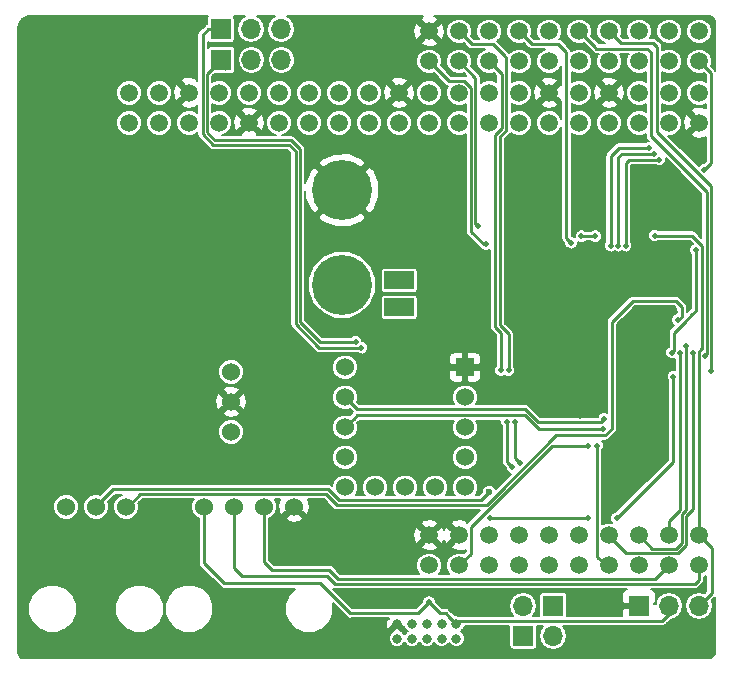
<source format=gbr>
G04 #@! TF.FileFunction,Copper,L2,Bot,Signal*
%FSLAX46Y46*%
G04 Gerber Fmt 4.6, Leading zero omitted, Abs format (unit mm)*
G04 Created by KiCad (PCBNEW 4.0.7) date 03/17/18 13:32:56*
%MOMM*%
%LPD*%
G01*
G04 APERTURE LIST*
%ADD10C,0.100000*%
%ADD11C,1.520000*%
%ADD12R,2.500000X1.500000*%
%ADD13C,5.080000*%
%ADD14C,1.524000*%
%ADD15R,1.524000X1.524000*%
%ADD16C,0.800000*%
%ADD17R,1.700000X1.700000*%
%ADD18O,1.700000X1.700000*%
%ADD19C,0.500000*%
%ADD20C,0.600000*%
%ADD21C,0.250000*%
%ADD22C,0.254000*%
%ADD23C,0.127000*%
G04 APERTURE END LIST*
D10*
D11*
X128778000Y-99568000D03*
X128778000Y-97028000D03*
X131318000Y-99568000D03*
X131318000Y-97028000D03*
X133858000Y-99568000D03*
X133858000Y-97028000D03*
X136398000Y-99568000D03*
X136398000Y-97028000D03*
X138938000Y-99568000D03*
X138938000Y-97028000D03*
X141478000Y-99568000D03*
X141478000Y-97028000D03*
X144018000Y-99568000D03*
X144018000Y-97028000D03*
X146558000Y-99568000D03*
X146558000Y-97028000D03*
X149098000Y-99568000D03*
X149098000Y-97028000D03*
X151638000Y-99568000D03*
X151638000Y-97028000D03*
X154178000Y-99568000D03*
X154178000Y-97028000D03*
X156718000Y-99568000D03*
X156718000Y-97028000D03*
X159258000Y-99568000D03*
X159258000Y-97028000D03*
X161798000Y-99568000D03*
X161798000Y-97028000D03*
X164338000Y-99568000D03*
X164338000Y-97028000D03*
X166878000Y-99568000D03*
X166878000Y-97028000D03*
X169418000Y-99568000D03*
X169418000Y-97028000D03*
X171958000Y-99568000D03*
X171958000Y-97028000D03*
X174498000Y-99568000D03*
X174498000Y-97028000D03*
X177038000Y-99568000D03*
X177038000Y-97028000D03*
D12*
X151638000Y-115189000D03*
X151638000Y-112903000D03*
D13*
X146812000Y-113285000D03*
X146812000Y-105284000D03*
D14*
X137414000Y-120650000D03*
X137414000Y-123190000D03*
X137414000Y-125730000D03*
X142748000Y-132080000D03*
X140208000Y-132080000D03*
X137668000Y-132080000D03*
X135128000Y-132080000D03*
X147066000Y-130429000D03*
X149606000Y-130429000D03*
X152146000Y-130429000D03*
X154686000Y-130429000D03*
X157226000Y-130429000D03*
X157226000Y-127889000D03*
X157226000Y-125349000D03*
X157226000Y-122809000D03*
D15*
X157226000Y-120269000D03*
D14*
X147066000Y-127889000D03*
X147066000Y-125349000D03*
X147066000Y-122809000D03*
X147066000Y-120269000D03*
D16*
X156486000Y-141996000D03*
X156486000Y-143246000D03*
X155236000Y-141996000D03*
X155236000Y-143246000D03*
X153986000Y-141996000D03*
X153986000Y-143246000D03*
X152736000Y-141996000D03*
X152736000Y-143246000D03*
X151486000Y-141996000D03*
X151486000Y-143246000D03*
D11*
X177038000Y-94361000D03*
X174498000Y-94361000D03*
X171958000Y-94361000D03*
X169418000Y-94361000D03*
X166878000Y-94361000D03*
X164338000Y-94361000D03*
X161798000Y-94361000D03*
X159258000Y-94361000D03*
X156718000Y-94361000D03*
X154178000Y-94361000D03*
X177038000Y-91821000D03*
X174498000Y-91821000D03*
X171958000Y-91821000D03*
X169418000Y-91821000D03*
X166878000Y-91821000D03*
X164338000Y-91821000D03*
X161798000Y-91821000D03*
X159258000Y-91821000D03*
X156718000Y-91821000D03*
X154178000Y-91821000D03*
X177038000Y-134493000D03*
X174498000Y-134493000D03*
X171958000Y-134493000D03*
X169418000Y-134493000D03*
X166878000Y-134493000D03*
X164338000Y-134493000D03*
X161798000Y-134493000D03*
X159258000Y-134493000D03*
X156718000Y-134493000D03*
X154178000Y-134493000D03*
X177038000Y-137033000D03*
X174498000Y-137033000D03*
X171958000Y-137033000D03*
X169418000Y-137033000D03*
X166878000Y-137033000D03*
X164338000Y-137033000D03*
X161798000Y-137033000D03*
X159258000Y-137033000D03*
X156718000Y-137033000D03*
X154178000Y-137033000D03*
D17*
X164693600Y-140462000D03*
D18*
X164693600Y-143002000D03*
D17*
X162153600Y-143002000D03*
D18*
X162153600Y-140462000D03*
D17*
X136601200Y-94234000D03*
D18*
X139141200Y-94234000D03*
X141681200Y-94234000D03*
D17*
X136550400Y-91643200D03*
D18*
X139090400Y-91643200D03*
X141630400Y-91643200D03*
D14*
X128524000Y-132080000D03*
X125984000Y-132080000D03*
X123444000Y-132080000D03*
D17*
X171958000Y-140462000D03*
D18*
X174498000Y-140462000D03*
X177038000Y-140462000D03*
D19*
X175006000Y-115620800D03*
X174853600Y-120243600D03*
X166928800Y-124358400D03*
D20*
X162306000Y-111506000D03*
X160782000Y-116459000D03*
D19*
X174853600Y-121056400D03*
X170078400Y-133045200D03*
X167640000Y-133045200D03*
X159359600Y-133045200D03*
X154178000Y-140157200D03*
X175412400Y-119024400D03*
X175971200Y-118465600D03*
X176530000Y-119075200D03*
X175260000Y-116268500D03*
X167081200Y-109169200D03*
X168249600Y-109169200D03*
X173278800Y-109118400D03*
D20*
X159258000Y-130810000D03*
D19*
X167640000Y-126898400D03*
X168402000Y-126898400D03*
X168973500Y-124650500D03*
X168910000Y-125476000D03*
X178054000Y-120599200D03*
X177546000Y-119278400D03*
X174752000Y-119024400D03*
X177495200Y-103530400D03*
X176784000Y-110337600D03*
X170815000Y-109982000D03*
X173672500Y-102679500D03*
X173228000Y-102171500D03*
X170180000Y-109982000D03*
X169545000Y-109982000D03*
X172783500Y-101663500D03*
X166179500Y-109728000D03*
X159004000Y-109855000D03*
X158305500Y-108331000D03*
X161239200Y-128727200D03*
X160782000Y-124866400D03*
X161848800Y-128371600D03*
X161442400Y-124866400D03*
X160909000Y-120523000D03*
X160274000Y-120523000D03*
X147955000Y-118110000D03*
X136093200Y-94081600D03*
X148437600Y-118618000D03*
D21*
X156210000Y-141732000D02*
X156972000Y-141732000D01*
X173888400Y-141732000D02*
X156972000Y-141732000D01*
X173888400Y-141732000D02*
X174498000Y-141122400D01*
X156210000Y-141732000D02*
X155905200Y-141427200D01*
X156486000Y-141996000D02*
X156474000Y-141996000D01*
X156474000Y-141996000D02*
X155905200Y-141427200D01*
X155905200Y-141427200D02*
X155575000Y-141097000D01*
X155575000Y-141097000D02*
X155117800Y-141097000D01*
X174498000Y-140462000D02*
X174498000Y-141122400D01*
X174853600Y-121056400D02*
X174853600Y-128270000D01*
X174853600Y-128270000D02*
X174752000Y-128371600D01*
D22*
X170078400Y-133045200D02*
X174752000Y-128371600D01*
X159359600Y-133045200D02*
X167640000Y-133045200D01*
D21*
X147504150Y-141090650D02*
X153244550Y-141090650D01*
X153244550Y-141090650D02*
X154178000Y-140157200D01*
X155117800Y-141097000D02*
X154178000Y-140157200D01*
D22*
X135128000Y-136842500D02*
X135128000Y-132080000D01*
X136842500Y-138557000D02*
X135128000Y-136842500D01*
X144970500Y-138557000D02*
X136842500Y-138557000D01*
X147510500Y-141097000D02*
X147504150Y-141090650D01*
X147504150Y-141090650D02*
X144970500Y-138557000D01*
D21*
X175412400Y-119938800D02*
X175412400Y-132348844D01*
X175412400Y-119938800D02*
X175412400Y-119024400D01*
X174498000Y-133263244D02*
X174498000Y-134493000D01*
X175412400Y-132348844D02*
X174498000Y-133263244D01*
X175105944Y-135619678D02*
X173084678Y-135619678D01*
X175971200Y-119938800D02*
X175971200Y-132316022D01*
X175971200Y-118465600D02*
X175971200Y-119938800D01*
X173084678Y-135619678D02*
X171958000Y-134493000D01*
X175599278Y-135126344D02*
X175105944Y-135619678D01*
X175599278Y-132687944D02*
X175599278Y-135126344D01*
X175971200Y-132316022D02*
X175599278Y-132687944D01*
X169418000Y-134493000D02*
X169418000Y-134518400D01*
X169418000Y-134518400D02*
X170891200Y-135991600D01*
X170891200Y-135991600D02*
X175260000Y-135991600D01*
X175260000Y-135991600D02*
X175971200Y-135280400D01*
X175971200Y-135280400D02*
X175971200Y-132842000D01*
X175971200Y-132842000D02*
X176530000Y-132283200D01*
X176530000Y-132283200D02*
X176530000Y-119888000D01*
X176530000Y-119888000D02*
X176530000Y-119075200D01*
D22*
X175260000Y-116268500D02*
X175272700Y-116268500D01*
D21*
X170853100Y-115252500D02*
X169672000Y-116433600D01*
X169672000Y-116433600D02*
X169672000Y-125476000D01*
X169672000Y-125476000D02*
X169113200Y-126034800D01*
X167436800Y-126034800D02*
X169113200Y-126034800D01*
D22*
X171450000Y-114655600D02*
X170853100Y-115252500D01*
X175056800Y-114655600D02*
X171450000Y-114655600D01*
X175564800Y-115163600D02*
X175056800Y-114655600D01*
X175564800Y-115976400D02*
X175564800Y-115163600D01*
X175272700Y-116268500D02*
X175564800Y-115976400D01*
D21*
X159044498Y-131912502D02*
X159069898Y-131912502D01*
D22*
X158836502Y-131912502D02*
X159044498Y-131912502D01*
X145478500Y-131000500D02*
X146390502Y-131912502D01*
X146390502Y-131912502D02*
X158836502Y-131912502D01*
X128651000Y-132080000D02*
X129730500Y-131000500D01*
X129730500Y-131000500D02*
X144970500Y-131000500D01*
X144970500Y-131000500D02*
X145478500Y-131000500D01*
D21*
X159905700Y-131076700D02*
X164947600Y-126034800D01*
X164947600Y-126034800D02*
X167436800Y-126034800D01*
X159069898Y-131912502D02*
X159905700Y-131076700D01*
X167436800Y-126034800D02*
X167233600Y-126034800D01*
D22*
X128524000Y-132080000D02*
X128651000Y-132080000D01*
D21*
X173321980Y-138176000D02*
X146456400Y-138176000D01*
X174464980Y-137033000D02*
X173321980Y-138176000D01*
X146456400Y-138176000D02*
X145694400Y-137414000D01*
X140208000Y-136779000D02*
X140208000Y-132080000D01*
X140843000Y-137414000D02*
X140208000Y-136779000D01*
X145694400Y-137414000D02*
X140843000Y-137414000D01*
X174498000Y-137033000D02*
X174464980Y-137033000D01*
X176666078Y-138611422D02*
X177038000Y-138239500D01*
X177038000Y-138239500D02*
X177038000Y-137033000D01*
X146231422Y-138611422D02*
X176666078Y-138611422D01*
X137668000Y-132080000D02*
X137668000Y-137223500D01*
X145542000Y-137922000D02*
X146231422Y-138611422D01*
X138366500Y-137922000D02*
X145542000Y-137922000D01*
X137668000Y-137223500D02*
X138366500Y-137922000D01*
X177038000Y-134493000D02*
X177063400Y-134493000D01*
X177063400Y-134493000D02*
X178104800Y-135534400D01*
X178104800Y-139395200D02*
X177038000Y-140462000D01*
X178104800Y-135534400D02*
X178104800Y-139395200D01*
X177038000Y-134493000D02*
X177038000Y-118940956D01*
X177310156Y-118668800D02*
X177310156Y-118650644D01*
X177038000Y-118940956D02*
X177310156Y-118668800D01*
X177038000Y-109709844D02*
X177310156Y-109982000D01*
X176446556Y-109118400D02*
X177038000Y-109709844D01*
X175361600Y-109118400D02*
X176090956Y-109118400D01*
X167081200Y-109169200D02*
X168249600Y-109169200D01*
X174091600Y-109118400D02*
X175361600Y-109118400D01*
X173278800Y-109118400D02*
X174091600Y-109118400D01*
X176090956Y-109118400D02*
X176446556Y-109118400D01*
X177310156Y-118650644D02*
X177310156Y-118650644D01*
X177310156Y-118650644D02*
X177139600Y-118821200D01*
X177310156Y-109982000D02*
X177310156Y-118650644D01*
D22*
X127404002Y-130596498D02*
X144780000Y-130596498D01*
X158559500Y-131508500D02*
X158496000Y-131508500D01*
X159258000Y-130810000D02*
X158559500Y-131508500D01*
X144780000Y-130596498D02*
X145645998Y-130596498D01*
X146558000Y-131508500D02*
X158496000Y-131508500D01*
X145645998Y-130596498D02*
X146558000Y-131508500D01*
X144780000Y-130596498D02*
X144803002Y-130596498D01*
X125984000Y-132016500D02*
X127404002Y-130596498D01*
X125984000Y-132080000D02*
X125984000Y-132016500D01*
D21*
X164609978Y-126898400D02*
X164457578Y-127050800D01*
X167640000Y-126898400D02*
X167081200Y-126898400D01*
X157734000Y-136042400D02*
X156743400Y-137033000D01*
X157734000Y-136042400D02*
X157734000Y-133774378D01*
X157734000Y-133774378D02*
X164457578Y-127050800D01*
X167081200Y-126898400D02*
X164609978Y-126898400D01*
X156718000Y-137033000D02*
X156743400Y-137033000D01*
X168402000Y-136296400D02*
X169138600Y-137033000D01*
X168402000Y-134924800D02*
X168402000Y-136296400D01*
X168402000Y-126898400D02*
X168402000Y-134924800D01*
X169138600Y-137033000D02*
X169418000Y-137033000D01*
X167132000Y-124904500D02*
X163410900Y-124904500D01*
X168973500Y-124650500D02*
X168719500Y-124904500D01*
X168719500Y-124904500D02*
X167132000Y-124904500D01*
X148082000Y-123825000D02*
X147066000Y-122809000D01*
X157988000Y-123825000D02*
X148082000Y-123825000D01*
X162331400Y-123825000D02*
X157988000Y-123825000D01*
X163410900Y-124904500D02*
X162331400Y-123825000D01*
X157937200Y-124333000D02*
X162313422Y-124333000D01*
X163456422Y-125476000D02*
X167322500Y-125476000D01*
X162313422Y-124333000D02*
X163456422Y-125476000D01*
X147066000Y-125349000D02*
X147891500Y-124523500D01*
X148082000Y-124333000D02*
X157937200Y-124333000D01*
X157937200Y-124333000D02*
X157970022Y-124333000D01*
X148018500Y-124396500D02*
X148082000Y-124333000D01*
X147891500Y-124523500D02*
X148018500Y-124396500D01*
X168910000Y-125476000D02*
X167322500Y-125476000D01*
X167322500Y-125476000D02*
X167259000Y-125476000D01*
X178054000Y-118110000D02*
X178054000Y-116078000D01*
X178054000Y-120599200D02*
X178054000Y-118110000D01*
X178054000Y-116078000D02*
X178054000Y-104902000D01*
X176647922Y-103495922D02*
X177495200Y-104343200D01*
X176647922Y-103495922D02*
X173482000Y-100330000D01*
X173482000Y-100330000D02*
X173482000Y-100012500D01*
X173482000Y-95186500D02*
X173482000Y-100012500D01*
X173164500Y-92837000D02*
X173482000Y-93154500D01*
X173482000Y-93154500D02*
X173482000Y-95186500D01*
X170434000Y-92837000D02*
X169418000Y-91821000D01*
X170434000Y-92837000D02*
X172529500Y-92837000D01*
X172529500Y-92837000D02*
X173164500Y-92837000D01*
X177495200Y-104343200D02*
X178054000Y-104902000D01*
X178054000Y-116078000D02*
X178054000Y-115671600D01*
X177546000Y-119278400D02*
X177682078Y-119142322D01*
X177682078Y-119142322D02*
X177682078Y-105393678D01*
X177682078Y-105393678D02*
X176987200Y-104698800D01*
X177123278Y-104834878D02*
X176987200Y-104698800D01*
X176987200Y-104698800D02*
X176123600Y-103835200D01*
X172974000Y-100711000D02*
X172999400Y-100711000D01*
X172999400Y-100711000D02*
X176123600Y-103835200D01*
X172974000Y-93599000D02*
X172974000Y-95250000D01*
X172974000Y-95250000D02*
X172974000Y-100711000D01*
X172021500Y-93281500D02*
X172656500Y-93281500D01*
X168148000Y-93091000D02*
X168338500Y-93281500D01*
X168338500Y-93281500D02*
X172021500Y-93281500D01*
X166878000Y-91821000D02*
X168148000Y-93091000D01*
X172656500Y-93281500D02*
X172974000Y-93599000D01*
X176123600Y-103835200D02*
X176276000Y-103987600D01*
X176479200Y-115773200D02*
X176784000Y-115468400D01*
X177901600Y-103124000D02*
X178054000Y-102971600D01*
X178054000Y-102971600D02*
X178054000Y-95377000D01*
X177038000Y-94361000D02*
X178054000Y-95377000D01*
X175768000Y-116484400D02*
X176479200Y-115773200D01*
X174752000Y-119024400D02*
X174904400Y-118872000D01*
X174904400Y-118872000D02*
X174904400Y-117348000D01*
X174904400Y-117348000D02*
X175768000Y-116484400D01*
X177495200Y-103530400D02*
X177901600Y-103124000D01*
X176784000Y-115468400D02*
X176784000Y-110337600D01*
X170815000Y-109982000D02*
X170815000Y-102997000D01*
X170815000Y-102997000D02*
X171132500Y-102679500D01*
X173672500Y-102679500D02*
X171132500Y-102679500D01*
X172148500Y-102171500D02*
X170497500Y-102171500D01*
X172529500Y-102171500D02*
X172148500Y-102171500D01*
X170180000Y-104140000D02*
X170180000Y-109982000D01*
X173228000Y-102171500D02*
X172529500Y-102171500D01*
X170180000Y-102489000D02*
X170180000Y-104140000D01*
X170497500Y-102171500D02*
X170180000Y-102489000D01*
X172783500Y-101663500D02*
X170243500Y-101663500D01*
X169545000Y-102362000D02*
X169545000Y-109982000D01*
X170243500Y-101663500D02*
X169545000Y-102362000D01*
X162877500Y-92900500D02*
X161798000Y-91821000D01*
X165100000Y-92900500D02*
X162877500Y-92900500D01*
X165798500Y-93599000D02*
X165100000Y-92900500D01*
X165798500Y-109347000D02*
X165798500Y-93599000D01*
X166179500Y-109728000D02*
X165798500Y-109347000D01*
X159004000Y-109855000D02*
X158813500Y-109855000D01*
D22*
X155867000Y-96012000D02*
X154178000Y-94323000D01*
D21*
X157162500Y-96012000D02*
X155867000Y-96012000D01*
X157734000Y-96583500D02*
X157162500Y-96012000D01*
X157734000Y-108775500D02*
X157734000Y-96583500D01*
X158813500Y-109855000D02*
X157734000Y-108775500D01*
D22*
X158105922Y-95748922D02*
X156718000Y-94361000D01*
D21*
X158105922Y-108131422D02*
X158105922Y-95748922D01*
X158305500Y-108331000D02*
X158105922Y-108131422D01*
X161239200Y-128727200D02*
X160782000Y-128270000D01*
X160782000Y-124866400D02*
X160782000Y-128270000D01*
X161848800Y-128371600D02*
X161442400Y-127965200D01*
X161442400Y-124866400D02*
X161442400Y-127965200D01*
X160172400Y-100754378D02*
X160172400Y-100736400D01*
X160909000Y-120523000D02*
X160909000Y-117424200D01*
X160172400Y-116687600D02*
X160172400Y-101701600D01*
X160909000Y-117424200D02*
X160172400Y-116687600D01*
X160172400Y-101701600D02*
X160172400Y-100754378D01*
X160731200Y-94081600D02*
X160578800Y-93929200D01*
X160731200Y-100177600D02*
X160731200Y-94081600D01*
X160172400Y-100736400D02*
X160731200Y-100177600D01*
X157810200Y-92913200D02*
X156718000Y-91821000D01*
X159562800Y-92913200D02*
X157810200Y-92913200D01*
X160696722Y-94047122D02*
X160578800Y-93929200D01*
X160578800Y-93929200D02*
X159562800Y-92913200D01*
X160313558Y-98983800D02*
X160313558Y-100036442D01*
X159258000Y-94361000D02*
X160313558Y-95416558D01*
X160313558Y-95416558D02*
X160313558Y-98983800D01*
X160313558Y-100036442D02*
X159780158Y-100569842D01*
X159780158Y-100634800D02*
X159780158Y-100569842D01*
X159780158Y-101193600D02*
X159780158Y-100634800D01*
X159780158Y-100634800D02*
X159780158Y-100591906D01*
X160274000Y-120523000D02*
X160274000Y-117343914D01*
X159780158Y-101193600D02*
X159780158Y-101244400D01*
X159780158Y-116850072D02*
X159780158Y-101193600D01*
X160274000Y-117343914D02*
X159780158Y-116850072D01*
X135382000Y-100380800D02*
X135382000Y-95453200D01*
D22*
X135483600Y-100482400D02*
X135432800Y-100431600D01*
X135432800Y-100431600D02*
X135382000Y-100380800D01*
X147955000Y-118110000D02*
X144908766Y-118110000D01*
X142490688Y-101061522D02*
X136062722Y-101061522D01*
X143256000Y-101826834D02*
X142490688Y-101061522D01*
X143256000Y-116457234D02*
X143256000Y-101826834D01*
X144908766Y-118110000D02*
X143256000Y-116457234D01*
X136062722Y-101061522D02*
X135483600Y-100482400D01*
D21*
X135382000Y-95453200D02*
X136601200Y-94234000D01*
D22*
X136906000Y-94996000D02*
X136906000Y-94183200D01*
D21*
X135006078Y-93035122D02*
X135006078Y-92120722D01*
D22*
X135907010Y-101437444D02*
X135006078Y-100536512D01*
X135006078Y-100536512D02*
X135006078Y-93035122D01*
X145846800Y-118618000D02*
X144885132Y-118618000D01*
X142334976Y-101437444D02*
X136448800Y-101437444D01*
X142880078Y-101982546D02*
X142334976Y-101437444D01*
X142880078Y-116612946D02*
X142880078Y-101982546D01*
X144885132Y-118618000D02*
X142880078Y-116612946D01*
X136448800Y-101437444D02*
X135907010Y-101437444D01*
D21*
X135483600Y-91643200D02*
X136550400Y-91643200D01*
X135006078Y-92120722D02*
X135483600Y-91643200D01*
D22*
X148437600Y-118618000D02*
X145846800Y-118618000D01*
X145846800Y-118618000D02*
X145948400Y-118618000D01*
D23*
G36*
X135402185Y-90667255D02*
X135376680Y-90793200D01*
X135376680Y-91221967D01*
X135314262Y-91234383D01*
X135170705Y-91330305D01*
X134693183Y-91807827D01*
X134597261Y-91951384D01*
X134597261Y-91951385D01*
X134563578Y-92120722D01*
X134563578Y-93025067D01*
X134561578Y-93035122D01*
X134561578Y-96017065D01*
X134493956Y-95828584D01*
X133986549Y-95676514D01*
X133459572Y-95730196D01*
X133222044Y-95828584D01*
X133144402Y-96044994D01*
X133858000Y-96758592D01*
X133872142Y-96744450D01*
X134141550Y-97013858D01*
X134127408Y-97028000D01*
X134141550Y-97042142D01*
X133872142Y-97311550D01*
X133858000Y-97297408D01*
X133144402Y-98011006D01*
X133222044Y-98227416D01*
X133729451Y-98379486D01*
X134256428Y-98325804D01*
X134493956Y-98227416D01*
X134561578Y-98038935D01*
X134561578Y-98747661D01*
X134469151Y-98655073D01*
X134073268Y-98490688D01*
X133644612Y-98490314D01*
X133248443Y-98654008D01*
X132945073Y-98956849D01*
X132780688Y-99352732D01*
X132780314Y-99781388D01*
X132944008Y-100177557D01*
X133246849Y-100480927D01*
X133642732Y-100645312D01*
X134071388Y-100645686D01*
X134467557Y-100481992D01*
X134561578Y-100388135D01*
X134561578Y-100536512D01*
X134595414Y-100706615D01*
X134636040Y-100767416D01*
X134691769Y-100850821D01*
X135592701Y-101751753D01*
X135736907Y-101848108D01*
X135907010Y-101881944D01*
X142150858Y-101881944D01*
X142435578Y-102166664D01*
X142435578Y-116612946D01*
X142469414Y-116783049D01*
X142551233Y-116905500D01*
X142565769Y-116927255D01*
X144570823Y-118932309D01*
X144715030Y-119028665D01*
X144885132Y-119062500D01*
X148079457Y-119062500D01*
X148115717Y-119098823D01*
X148324222Y-119185401D01*
X148549987Y-119185598D01*
X148758643Y-119099384D01*
X148918423Y-118939883D01*
X149005001Y-118731378D01*
X149005198Y-118505613D01*
X148918984Y-118296957D01*
X148759483Y-118137177D01*
X148550978Y-118050599D01*
X148522552Y-118050574D01*
X148522598Y-117997613D01*
X148436384Y-117788957D01*
X148276883Y-117629177D01*
X148068378Y-117542599D01*
X147842613Y-117542402D01*
X147633957Y-117628616D01*
X147597008Y-117665500D01*
X145092884Y-117665500D01*
X143700500Y-116273116D01*
X143700500Y-113850898D01*
X143954005Y-113850898D01*
X144388117Y-114901529D01*
X145191243Y-115706058D01*
X146241114Y-116142003D01*
X147377898Y-116142995D01*
X148428529Y-115708883D01*
X149233058Y-114905757D01*
X149426872Y-114439000D01*
X150064280Y-114439000D01*
X150064280Y-115939000D01*
X150086419Y-116056658D01*
X150155955Y-116164721D01*
X150262055Y-116237215D01*
X150388000Y-116262720D01*
X152888000Y-116262720D01*
X153005658Y-116240581D01*
X153113721Y-116171045D01*
X153186215Y-116064945D01*
X153211720Y-115939000D01*
X153211720Y-114439000D01*
X153189581Y-114321342D01*
X153120045Y-114213279D01*
X153013945Y-114140785D01*
X152888000Y-114115280D01*
X150388000Y-114115280D01*
X150270342Y-114137419D01*
X150162279Y-114206955D01*
X150089785Y-114313055D01*
X150064280Y-114439000D01*
X149426872Y-114439000D01*
X149669003Y-113855886D01*
X149669995Y-112719102D01*
X149436087Y-112153000D01*
X150064280Y-112153000D01*
X150064280Y-113653000D01*
X150086419Y-113770658D01*
X150155955Y-113878721D01*
X150262055Y-113951215D01*
X150388000Y-113976720D01*
X152888000Y-113976720D01*
X153005658Y-113954581D01*
X153113721Y-113885045D01*
X153186215Y-113778945D01*
X153211720Y-113653000D01*
X153211720Y-112153000D01*
X153189581Y-112035342D01*
X153120045Y-111927279D01*
X153013945Y-111854785D01*
X152888000Y-111829280D01*
X150388000Y-111829280D01*
X150270342Y-111851419D01*
X150162279Y-111920955D01*
X150089785Y-112027055D01*
X150064280Y-112153000D01*
X149436087Y-112153000D01*
X149235883Y-111668471D01*
X148432757Y-110863942D01*
X147382886Y-110427997D01*
X146246102Y-110427005D01*
X145195471Y-110861117D01*
X144390942Y-111664243D01*
X143954997Y-112714114D01*
X143954005Y-113850898D01*
X143700500Y-113850898D01*
X143700500Y-107556703D01*
X144808704Y-107556703D01*
X145104759Y-107957914D01*
X146257978Y-108407706D01*
X147495540Y-108381944D01*
X148519241Y-107957914D01*
X148815296Y-107556703D01*
X146812000Y-105553408D01*
X144808704Y-107556703D01*
X143700500Y-107556703D01*
X143700500Y-105316333D01*
X143714056Y-105967540D01*
X144138086Y-106991241D01*
X144539297Y-107287296D01*
X146542592Y-105284000D01*
X147081408Y-105284000D01*
X149084703Y-107287296D01*
X149485914Y-106991241D01*
X149935706Y-105838022D01*
X149909944Y-104600460D01*
X149485914Y-103576759D01*
X149084703Y-103280704D01*
X147081408Y-105284000D01*
X146542592Y-105284000D01*
X144539297Y-103280704D01*
X144138086Y-103576759D01*
X143700500Y-104698683D01*
X143700500Y-103011297D01*
X144808704Y-103011297D01*
X146812000Y-105014592D01*
X148815296Y-103011297D01*
X148519241Y-102610086D01*
X147366022Y-102160294D01*
X146128460Y-102186056D01*
X145104759Y-102610086D01*
X144808704Y-103011297D01*
X143700500Y-103011297D01*
X143700500Y-101826834D01*
X143690366Y-101775887D01*
X143666665Y-101656732D01*
X143570309Y-101512525D01*
X142804997Y-100747213D01*
X142750800Y-100711000D01*
X142660791Y-100650858D01*
X142490688Y-100617022D01*
X141760760Y-100617022D01*
X142087557Y-100481992D01*
X142390927Y-100179151D01*
X142555312Y-99783268D01*
X142555313Y-99781388D01*
X142940314Y-99781388D01*
X143104008Y-100177557D01*
X143406849Y-100480927D01*
X143802732Y-100645312D01*
X144231388Y-100645686D01*
X144627557Y-100481992D01*
X144930927Y-100179151D01*
X145095312Y-99783268D01*
X145095313Y-99781388D01*
X145480314Y-99781388D01*
X145644008Y-100177557D01*
X145946849Y-100480927D01*
X146342732Y-100645312D01*
X146771388Y-100645686D01*
X147167557Y-100481992D01*
X147470927Y-100179151D01*
X147635312Y-99783268D01*
X147635313Y-99781388D01*
X148020314Y-99781388D01*
X148184008Y-100177557D01*
X148486849Y-100480927D01*
X148882732Y-100645312D01*
X149311388Y-100645686D01*
X149707557Y-100481992D01*
X150010927Y-100179151D01*
X150175312Y-99783268D01*
X150175313Y-99781388D01*
X150560314Y-99781388D01*
X150724008Y-100177557D01*
X151026849Y-100480927D01*
X151422732Y-100645312D01*
X151851388Y-100645686D01*
X152247557Y-100481992D01*
X152550927Y-100179151D01*
X152715312Y-99783268D01*
X152715313Y-99781388D01*
X153100314Y-99781388D01*
X153264008Y-100177557D01*
X153566849Y-100480927D01*
X153962732Y-100645312D01*
X154391388Y-100645686D01*
X154787557Y-100481992D01*
X155090927Y-100179151D01*
X155255312Y-99783268D01*
X155255686Y-99354612D01*
X155091992Y-98958443D01*
X154789151Y-98655073D01*
X154393268Y-98490688D01*
X153964612Y-98490314D01*
X153568443Y-98654008D01*
X153265073Y-98956849D01*
X153100688Y-99352732D01*
X153100314Y-99781388D01*
X152715313Y-99781388D01*
X152715686Y-99354612D01*
X152551992Y-98958443D01*
X152249151Y-98655073D01*
X151853268Y-98490688D01*
X151424612Y-98490314D01*
X151028443Y-98654008D01*
X150725073Y-98956849D01*
X150560688Y-99352732D01*
X150560314Y-99781388D01*
X150175313Y-99781388D01*
X150175686Y-99354612D01*
X150011992Y-98958443D01*
X149709151Y-98655073D01*
X149313268Y-98490688D01*
X148884612Y-98490314D01*
X148488443Y-98654008D01*
X148185073Y-98956849D01*
X148020688Y-99352732D01*
X148020314Y-99781388D01*
X147635313Y-99781388D01*
X147635686Y-99354612D01*
X147471992Y-98958443D01*
X147169151Y-98655073D01*
X146773268Y-98490688D01*
X146344612Y-98490314D01*
X145948443Y-98654008D01*
X145645073Y-98956849D01*
X145480688Y-99352732D01*
X145480314Y-99781388D01*
X145095313Y-99781388D01*
X145095686Y-99354612D01*
X144931992Y-98958443D01*
X144629151Y-98655073D01*
X144233268Y-98490688D01*
X143804612Y-98490314D01*
X143408443Y-98654008D01*
X143105073Y-98956849D01*
X142940688Y-99352732D01*
X142940314Y-99781388D01*
X142555313Y-99781388D01*
X142555686Y-99354612D01*
X142391992Y-98958443D01*
X142089151Y-98655073D01*
X141693268Y-98490688D01*
X141264612Y-98490314D01*
X140868443Y-98654008D01*
X140565073Y-98956849D01*
X140400688Y-99352732D01*
X140400314Y-99781388D01*
X140564008Y-100177557D01*
X140866849Y-100480927D01*
X141194602Y-100617022D01*
X139627913Y-100617022D01*
X139651598Y-100551006D01*
X138938000Y-99837408D01*
X138224402Y-100551006D01*
X138248087Y-100617022D01*
X136680760Y-100617022D01*
X137007557Y-100481992D01*
X137310927Y-100179151D01*
X137475312Y-99783268D01*
X137475611Y-99439451D01*
X137586514Y-99439451D01*
X137640196Y-99966428D01*
X137738584Y-100203956D01*
X137954994Y-100281598D01*
X138668592Y-99568000D01*
X139207408Y-99568000D01*
X139921006Y-100281598D01*
X140137416Y-100203956D01*
X140289486Y-99696549D01*
X140235804Y-99169572D01*
X140137416Y-98932044D01*
X139921006Y-98854402D01*
X139207408Y-99568000D01*
X138668592Y-99568000D01*
X137954994Y-98854402D01*
X137738584Y-98932044D01*
X137586514Y-99439451D01*
X137475611Y-99439451D01*
X137475686Y-99354612D01*
X137311992Y-98958443D01*
X137009151Y-98655073D01*
X136840383Y-98584994D01*
X138224402Y-98584994D01*
X138938000Y-99298592D01*
X139651598Y-98584994D01*
X139573956Y-98368584D01*
X139066549Y-98216514D01*
X138539572Y-98270196D01*
X138302044Y-98368584D01*
X138224402Y-98584994D01*
X136840383Y-98584994D01*
X136613268Y-98490688D01*
X136184612Y-98490314D01*
X135824500Y-98639110D01*
X135824500Y-97956561D01*
X136182732Y-98105312D01*
X136611388Y-98105686D01*
X137007557Y-97941992D01*
X137310927Y-97639151D01*
X137475312Y-97243268D01*
X137475313Y-97241388D01*
X137860314Y-97241388D01*
X138024008Y-97637557D01*
X138326849Y-97940927D01*
X138722732Y-98105312D01*
X139151388Y-98105686D01*
X139547557Y-97941992D01*
X139850927Y-97639151D01*
X140015312Y-97243268D01*
X140015313Y-97241388D01*
X140400314Y-97241388D01*
X140564008Y-97637557D01*
X140866849Y-97940927D01*
X141262732Y-98105312D01*
X141691388Y-98105686D01*
X142087557Y-97941992D01*
X142390927Y-97639151D01*
X142555312Y-97243268D01*
X142555313Y-97241388D01*
X142940314Y-97241388D01*
X143104008Y-97637557D01*
X143406849Y-97940927D01*
X143802732Y-98105312D01*
X144231388Y-98105686D01*
X144627557Y-97941992D01*
X144930927Y-97639151D01*
X145095312Y-97243268D01*
X145095313Y-97241388D01*
X145480314Y-97241388D01*
X145644008Y-97637557D01*
X145946849Y-97940927D01*
X146342732Y-98105312D01*
X146771388Y-98105686D01*
X147167557Y-97941992D01*
X147470927Y-97639151D01*
X147635312Y-97243268D01*
X147635313Y-97241388D01*
X148020314Y-97241388D01*
X148184008Y-97637557D01*
X148486849Y-97940927D01*
X148882732Y-98105312D01*
X149311388Y-98105686D01*
X149540530Y-98011006D01*
X150924402Y-98011006D01*
X151002044Y-98227416D01*
X151509451Y-98379486D01*
X152036428Y-98325804D01*
X152273956Y-98227416D01*
X152351598Y-98011006D01*
X151638000Y-97297408D01*
X150924402Y-98011006D01*
X149540530Y-98011006D01*
X149707557Y-97941992D01*
X150010927Y-97639151D01*
X150175312Y-97243268D01*
X150175611Y-96899451D01*
X150286514Y-96899451D01*
X150340196Y-97426428D01*
X150438584Y-97663956D01*
X150654994Y-97741598D01*
X151368592Y-97028000D01*
X151907408Y-97028000D01*
X152621006Y-97741598D01*
X152837416Y-97663956D01*
X152964059Y-97241388D01*
X153100314Y-97241388D01*
X153264008Y-97637557D01*
X153566849Y-97940927D01*
X153962732Y-98105312D01*
X154391388Y-98105686D01*
X154787557Y-97941992D01*
X155090927Y-97639151D01*
X155255312Y-97243268D01*
X155255686Y-96814612D01*
X155091992Y-96418443D01*
X154789151Y-96115073D01*
X154393268Y-95950688D01*
X153964612Y-95950314D01*
X153568443Y-96114008D01*
X153265073Y-96416849D01*
X153100688Y-96812732D01*
X153100314Y-97241388D01*
X152964059Y-97241388D01*
X152989486Y-97156549D01*
X152935804Y-96629572D01*
X152837416Y-96392044D01*
X152621006Y-96314402D01*
X151907408Y-97028000D01*
X151368592Y-97028000D01*
X150654994Y-96314402D01*
X150438584Y-96392044D01*
X150286514Y-96899451D01*
X150175611Y-96899451D01*
X150175686Y-96814612D01*
X150011992Y-96418443D01*
X149709151Y-96115073D01*
X149540383Y-96044994D01*
X150924402Y-96044994D01*
X151638000Y-96758592D01*
X152351598Y-96044994D01*
X152273956Y-95828584D01*
X151766549Y-95676514D01*
X151239572Y-95730196D01*
X151002044Y-95828584D01*
X150924402Y-96044994D01*
X149540383Y-96044994D01*
X149313268Y-95950688D01*
X148884612Y-95950314D01*
X148488443Y-96114008D01*
X148185073Y-96416849D01*
X148020688Y-96812732D01*
X148020314Y-97241388D01*
X147635313Y-97241388D01*
X147635686Y-96814612D01*
X147471992Y-96418443D01*
X147169151Y-96115073D01*
X146773268Y-95950688D01*
X146344612Y-95950314D01*
X145948443Y-96114008D01*
X145645073Y-96416849D01*
X145480688Y-96812732D01*
X145480314Y-97241388D01*
X145095313Y-97241388D01*
X145095686Y-96814612D01*
X144931992Y-96418443D01*
X144629151Y-96115073D01*
X144233268Y-95950688D01*
X143804612Y-95950314D01*
X143408443Y-96114008D01*
X143105073Y-96416849D01*
X142940688Y-96812732D01*
X142940314Y-97241388D01*
X142555313Y-97241388D01*
X142555686Y-96814612D01*
X142391992Y-96418443D01*
X142089151Y-96115073D01*
X141693268Y-95950688D01*
X141264612Y-95950314D01*
X140868443Y-96114008D01*
X140565073Y-96416849D01*
X140400688Y-96812732D01*
X140400314Y-97241388D01*
X140015313Y-97241388D01*
X140015686Y-96814612D01*
X139851992Y-96418443D01*
X139549151Y-96115073D01*
X139153268Y-95950688D01*
X138724612Y-95950314D01*
X138328443Y-96114008D01*
X138025073Y-96416849D01*
X137860688Y-96812732D01*
X137860314Y-97241388D01*
X137475313Y-97241388D01*
X137475686Y-96814612D01*
X137311992Y-96418443D01*
X137009151Y-96115073D01*
X136613268Y-95950688D01*
X136184612Y-95950314D01*
X135824500Y-96099110D01*
X135824500Y-95636490D01*
X136053270Y-95407720D01*
X136741206Y-95407720D01*
X136906000Y-95440500D01*
X137070794Y-95407720D01*
X137451200Y-95407720D01*
X137568858Y-95385581D01*
X137676921Y-95316045D01*
X137749415Y-95209945D01*
X137774920Y-95084000D01*
X137774920Y-94211127D01*
X137973700Y-94211127D01*
X137973700Y-94256873D01*
X138062571Y-94703656D01*
X138315653Y-95082420D01*
X138694417Y-95335502D01*
X139141200Y-95424373D01*
X139587983Y-95335502D01*
X139966747Y-95082420D01*
X140219829Y-94703656D01*
X140308700Y-94256873D01*
X140308700Y-94211127D01*
X140513700Y-94211127D01*
X140513700Y-94256873D01*
X140602571Y-94703656D01*
X140855653Y-95082420D01*
X141234417Y-95335502D01*
X141681200Y-95424373D01*
X142127983Y-95335502D01*
X142506747Y-95082420D01*
X142759829Y-94703656D01*
X142785542Y-94574388D01*
X153100314Y-94574388D01*
X153264008Y-94970557D01*
X153566849Y-95273927D01*
X153962732Y-95438312D01*
X154391388Y-95438686D01*
X154585049Y-95358667D01*
X155552691Y-96326309D01*
X155696898Y-96422664D01*
X155794589Y-96442096D01*
X155640688Y-96812732D01*
X155640314Y-97241388D01*
X155804008Y-97637557D01*
X156106849Y-97940927D01*
X156502732Y-98105312D01*
X156931388Y-98105686D01*
X157291500Y-97956890D01*
X157291500Y-98639439D01*
X156933268Y-98490688D01*
X156504612Y-98490314D01*
X156108443Y-98654008D01*
X155805073Y-98956849D01*
X155640688Y-99352732D01*
X155640314Y-99781388D01*
X155804008Y-100177557D01*
X156106849Y-100480927D01*
X156502732Y-100645312D01*
X156931388Y-100645686D01*
X157291500Y-100496890D01*
X157291500Y-108775500D01*
X157325183Y-108944838D01*
X157421105Y-109088395D01*
X158500603Y-110167892D01*
X158500605Y-110167895D01*
X158514057Y-110176883D01*
X158542279Y-110195740D01*
X158682117Y-110335823D01*
X158890622Y-110422401D01*
X159116387Y-110422598D01*
X159325043Y-110336384D01*
X159337658Y-110323791D01*
X159337658Y-116850072D01*
X159371341Y-117019410D01*
X159467263Y-117162967D01*
X159831500Y-117527204D01*
X159831500Y-120162861D01*
X159793177Y-120201117D01*
X159706599Y-120409622D01*
X159706402Y-120635387D01*
X159792616Y-120844043D01*
X159952117Y-121003823D01*
X160160622Y-121090401D01*
X160386387Y-121090598D01*
X160591747Y-121005746D01*
X160795622Y-121090401D01*
X161021387Y-121090598D01*
X161230043Y-121004384D01*
X161389823Y-120844883D01*
X161476401Y-120636378D01*
X161476598Y-120410613D01*
X161390384Y-120201957D01*
X161351500Y-120163005D01*
X161351500Y-117424205D01*
X161351501Y-117424200D01*
X161317817Y-117254862D01*
X161221895Y-117111305D01*
X160614900Y-116504310D01*
X160614900Y-100919690D01*
X161044092Y-100490497D01*
X161044095Y-100490495D01*
X161105164Y-100399099D01*
X161186849Y-100480927D01*
X161582732Y-100645312D01*
X162011388Y-100645686D01*
X162407557Y-100481992D01*
X162710927Y-100179151D01*
X162875312Y-99783268D01*
X162875686Y-99354612D01*
X162711992Y-98958443D01*
X162409151Y-98655073D01*
X162013268Y-98490688D01*
X161584612Y-98490314D01*
X161188443Y-98654008D01*
X161173700Y-98668725D01*
X161173700Y-97927755D01*
X161186849Y-97940927D01*
X161582732Y-98105312D01*
X162011388Y-98105686D01*
X162240530Y-98011006D01*
X163624402Y-98011006D01*
X163702044Y-98227416D01*
X164209451Y-98379486D01*
X164736428Y-98325804D01*
X164973956Y-98227416D01*
X165051598Y-98011006D01*
X164338000Y-97297408D01*
X163624402Y-98011006D01*
X162240530Y-98011006D01*
X162407557Y-97941992D01*
X162710927Y-97639151D01*
X162875312Y-97243268D01*
X162875611Y-96899451D01*
X162986514Y-96899451D01*
X163040196Y-97426428D01*
X163138584Y-97663956D01*
X163354994Y-97741598D01*
X164068592Y-97028000D01*
X163354994Y-96314402D01*
X163138584Y-96392044D01*
X162986514Y-96899451D01*
X162875611Y-96899451D01*
X162875686Y-96814612D01*
X162711992Y-96418443D01*
X162409151Y-96115073D01*
X162240383Y-96044994D01*
X163624402Y-96044994D01*
X164338000Y-96758592D01*
X165051598Y-96044994D01*
X164973956Y-95828584D01*
X164466549Y-95676514D01*
X163939572Y-95730196D01*
X163702044Y-95828584D01*
X163624402Y-96044994D01*
X162240383Y-96044994D01*
X162013268Y-95950688D01*
X161584612Y-95950314D01*
X161188443Y-96114008D01*
X161173700Y-96128725D01*
X161173700Y-95260755D01*
X161186849Y-95273927D01*
X161582732Y-95438312D01*
X162011388Y-95438686D01*
X162407557Y-95274992D01*
X162710927Y-94972151D01*
X162875312Y-94576268D01*
X162875686Y-94147612D01*
X162711992Y-93751443D01*
X162409151Y-93448073D01*
X162013268Y-93283688D01*
X161584612Y-93283314D01*
X161188443Y-93447008D01*
X160955217Y-93679827D01*
X159939032Y-92663642D01*
X160170927Y-92432151D01*
X160335312Y-92036268D01*
X160335313Y-92034388D01*
X160720314Y-92034388D01*
X160884008Y-92430557D01*
X161186849Y-92733927D01*
X161582732Y-92898312D01*
X162011388Y-92898686D01*
X162180161Y-92828950D01*
X162564603Y-93213392D01*
X162564605Y-93213395D01*
X162613128Y-93245817D01*
X162708162Y-93309317D01*
X162877500Y-93343001D01*
X162877505Y-93343000D01*
X163980161Y-93343000D01*
X163728443Y-93447008D01*
X163425073Y-93749849D01*
X163260688Y-94145732D01*
X163260314Y-94574388D01*
X163424008Y-94970557D01*
X163726849Y-95273927D01*
X164122732Y-95438312D01*
X164551388Y-95438686D01*
X164947557Y-95274992D01*
X165250927Y-94972151D01*
X165356000Y-94719107D01*
X165356000Y-96326957D01*
X165321006Y-96314402D01*
X164607408Y-97028000D01*
X165321006Y-97741598D01*
X165356000Y-97729043D01*
X165356000Y-99210161D01*
X165251992Y-98958443D01*
X164949151Y-98655073D01*
X164553268Y-98490688D01*
X164124612Y-98490314D01*
X163728443Y-98654008D01*
X163425073Y-98956849D01*
X163260688Y-99352732D01*
X163260314Y-99781388D01*
X163424008Y-100177557D01*
X163726849Y-100480927D01*
X164122732Y-100645312D01*
X164551388Y-100645686D01*
X164947557Y-100481992D01*
X165250927Y-100179151D01*
X165356000Y-99926107D01*
X165356000Y-109347000D01*
X165389683Y-109516338D01*
X165485605Y-109659895D01*
X165611949Y-109786239D01*
X165611902Y-109840387D01*
X165698116Y-110049043D01*
X165857617Y-110208823D01*
X166066122Y-110295401D01*
X166291887Y-110295598D01*
X166500543Y-110209384D01*
X166660323Y-110049883D01*
X166746901Y-109841378D01*
X166747079Y-109637763D01*
X166759317Y-109650023D01*
X166967822Y-109736601D01*
X167193587Y-109736798D01*
X167402243Y-109650584D01*
X167441195Y-109611700D01*
X167889461Y-109611700D01*
X167927717Y-109650023D01*
X168136222Y-109736601D01*
X168361987Y-109736798D01*
X168570643Y-109650584D01*
X168730423Y-109491083D01*
X168817001Y-109282578D01*
X168817198Y-109056813D01*
X168730984Y-108848157D01*
X168571483Y-108688377D01*
X168362978Y-108601799D01*
X168137213Y-108601602D01*
X167928557Y-108687816D01*
X167889605Y-108726700D01*
X167441339Y-108726700D01*
X167403083Y-108688377D01*
X167194578Y-108601799D01*
X166968813Y-108601602D01*
X166760157Y-108687816D01*
X166600377Y-108847317D01*
X166513799Y-109055822D01*
X166513621Y-109259437D01*
X166501383Y-109247177D01*
X166292878Y-109160599D01*
X166241000Y-109160554D01*
X166241000Y-100455033D01*
X166266849Y-100480927D01*
X166662732Y-100645312D01*
X167091388Y-100645686D01*
X167487557Y-100481992D01*
X167790927Y-100179151D01*
X167955312Y-99783268D01*
X167955313Y-99781388D01*
X168340314Y-99781388D01*
X168504008Y-100177557D01*
X168806849Y-100480927D01*
X169202732Y-100645312D01*
X169631388Y-100645686D01*
X170027557Y-100481992D01*
X170330927Y-100179151D01*
X170495312Y-99783268D01*
X170495686Y-99354612D01*
X170331992Y-98958443D01*
X170029151Y-98655073D01*
X169633268Y-98490688D01*
X169204612Y-98490314D01*
X168808443Y-98654008D01*
X168505073Y-98956849D01*
X168340688Y-99352732D01*
X168340314Y-99781388D01*
X167955313Y-99781388D01*
X167955686Y-99354612D01*
X167791992Y-98958443D01*
X167489151Y-98655073D01*
X167093268Y-98490688D01*
X166664612Y-98490314D01*
X166268443Y-98654008D01*
X166241000Y-98681403D01*
X166241000Y-97915033D01*
X166266849Y-97940927D01*
X166662732Y-98105312D01*
X167091388Y-98105686D01*
X167320530Y-98011006D01*
X168704402Y-98011006D01*
X168782044Y-98227416D01*
X169289451Y-98379486D01*
X169816428Y-98325804D01*
X170053956Y-98227416D01*
X170131598Y-98011006D01*
X169418000Y-97297408D01*
X168704402Y-98011006D01*
X167320530Y-98011006D01*
X167487557Y-97941992D01*
X167790927Y-97639151D01*
X167955312Y-97243268D01*
X167955611Y-96899451D01*
X168066514Y-96899451D01*
X168120196Y-97426428D01*
X168218584Y-97663956D01*
X168434994Y-97741598D01*
X169148592Y-97028000D01*
X169687408Y-97028000D01*
X170401006Y-97741598D01*
X170617416Y-97663956D01*
X170769486Y-97156549D01*
X170715804Y-96629572D01*
X170617416Y-96392044D01*
X170401006Y-96314402D01*
X169687408Y-97028000D01*
X169148592Y-97028000D01*
X168434994Y-96314402D01*
X168218584Y-96392044D01*
X168066514Y-96899451D01*
X167955611Y-96899451D01*
X167955686Y-96814612D01*
X167791992Y-96418443D01*
X167489151Y-96115073D01*
X167320383Y-96044994D01*
X168704402Y-96044994D01*
X169418000Y-96758592D01*
X170131598Y-96044994D01*
X170053956Y-95828584D01*
X169546549Y-95676514D01*
X169019572Y-95730196D01*
X168782044Y-95828584D01*
X168704402Y-96044994D01*
X167320383Y-96044994D01*
X167093268Y-95950688D01*
X166664612Y-95950314D01*
X166268443Y-96114008D01*
X166241000Y-96141403D01*
X166241000Y-95248033D01*
X166266849Y-95273927D01*
X166662732Y-95438312D01*
X167091388Y-95438686D01*
X167487557Y-95274992D01*
X167790927Y-94972151D01*
X167955312Y-94576268D01*
X167955686Y-94147612D01*
X167791992Y-93751443D01*
X167489151Y-93448073D01*
X167093268Y-93283688D01*
X166664612Y-93283314D01*
X166268443Y-93447008D01*
X166220322Y-93495045D01*
X166207317Y-93429663D01*
X166111395Y-93286105D01*
X165412895Y-92587605D01*
X165269338Y-92491683D01*
X165204259Y-92478738D01*
X165250927Y-92432151D01*
X165415312Y-92036268D01*
X165415686Y-91607612D01*
X165251992Y-91211443D01*
X164949151Y-90908073D01*
X164553268Y-90743688D01*
X164124612Y-90743314D01*
X163728443Y-90907008D01*
X163425073Y-91209849D01*
X163260688Y-91605732D01*
X163260314Y-92034388D01*
X163424008Y-92430557D01*
X163451403Y-92458000D01*
X163060789Y-92458000D01*
X162805994Y-92203205D01*
X162875312Y-92036268D01*
X162875686Y-91607612D01*
X162711992Y-91211443D01*
X162409151Y-90908073D01*
X162013268Y-90743688D01*
X161584612Y-90743314D01*
X161188443Y-90907008D01*
X160885073Y-91209849D01*
X160720688Y-91605732D01*
X160720314Y-92034388D01*
X160335313Y-92034388D01*
X160335686Y-91607612D01*
X160171992Y-91211443D01*
X159869151Y-90908073D01*
X159473268Y-90743688D01*
X159044612Y-90743314D01*
X158648443Y-90907008D01*
X158345073Y-91209849D01*
X158180688Y-91605732D01*
X158180314Y-92034388D01*
X158344008Y-92430557D01*
X158384081Y-92470700D01*
X157993490Y-92470700D01*
X157725994Y-92203204D01*
X157795312Y-92036268D01*
X157795686Y-91607612D01*
X157631992Y-91211443D01*
X157329151Y-90908073D01*
X156933268Y-90743688D01*
X156504612Y-90743314D01*
X156108443Y-90907008D01*
X155805073Y-91209849D01*
X155640688Y-91605732D01*
X155640314Y-92034388D01*
X155804008Y-92430557D01*
X156106849Y-92733927D01*
X156502732Y-92898312D01*
X156931388Y-92898686D01*
X157100160Y-92828950D01*
X157497305Y-93226095D01*
X157640862Y-93322017D01*
X157810200Y-93355700D01*
X158869425Y-93355700D01*
X158648443Y-93447008D01*
X158345073Y-93749849D01*
X158180688Y-94145732D01*
X158180314Y-94574388D01*
X158344008Y-94970557D01*
X158646849Y-95273927D01*
X159042732Y-95438312D01*
X159471388Y-95438686D01*
X159640161Y-95368950D01*
X159871058Y-95599847D01*
X159871058Y-96116983D01*
X159869151Y-96115073D01*
X159473268Y-95950688D01*
X159044612Y-95950314D01*
X158648443Y-96114008D01*
X158548422Y-96213855D01*
X158548422Y-95758976D01*
X158550422Y-95748922D01*
X158516586Y-95578820D01*
X158420231Y-95434613D01*
X157726824Y-94741206D01*
X157795312Y-94576268D01*
X157795686Y-94147612D01*
X157631992Y-93751443D01*
X157329151Y-93448073D01*
X156933268Y-93283688D01*
X156504612Y-93283314D01*
X156108443Y-93447008D01*
X155805073Y-93749849D01*
X155640688Y-94145732D01*
X155640314Y-94574388D01*
X155804008Y-94970557D01*
X156106849Y-95273927D01*
X156502732Y-95438312D01*
X156931388Y-95438686D01*
X157098159Y-95369777D01*
X157331497Y-95603115D01*
X157162500Y-95569500D01*
X156053118Y-95569500D01*
X155197973Y-94714355D01*
X155255312Y-94576268D01*
X155255686Y-94147612D01*
X155091992Y-93751443D01*
X154789151Y-93448073D01*
X154393268Y-93283688D01*
X153964612Y-93283314D01*
X153568443Y-93447008D01*
X153265073Y-93749849D01*
X153100688Y-94145732D01*
X153100314Y-94574388D01*
X142785542Y-94574388D01*
X142848700Y-94256873D01*
X142848700Y-94211127D01*
X142759829Y-93764344D01*
X142506747Y-93385580D01*
X142127983Y-93132498D01*
X141681200Y-93043627D01*
X141234417Y-93132498D01*
X140855653Y-93385580D01*
X140602571Y-93764344D01*
X140513700Y-94211127D01*
X140308700Y-94211127D01*
X140219829Y-93764344D01*
X139966747Y-93385580D01*
X139587983Y-93132498D01*
X139141200Y-93043627D01*
X138694417Y-93132498D01*
X138315653Y-93385580D01*
X138062571Y-93764344D01*
X137973700Y-94211127D01*
X137774920Y-94211127D01*
X137774920Y-93384000D01*
X137752781Y-93266342D01*
X137683245Y-93158279D01*
X137577145Y-93085785D01*
X137451200Y-93060280D01*
X135751200Y-93060280D01*
X135633542Y-93082419D01*
X135525479Y-93151955D01*
X135452985Y-93258055D01*
X135450578Y-93269941D01*
X135450578Y-93035122D01*
X135448578Y-93025067D01*
X135448578Y-92688186D01*
X135468355Y-92718921D01*
X135574455Y-92791415D01*
X135700400Y-92816920D01*
X137400400Y-92816920D01*
X137518058Y-92794781D01*
X137626121Y-92725245D01*
X137698615Y-92619145D01*
X137724120Y-92493200D01*
X137724120Y-90793200D01*
X137701981Y-90675542D01*
X137632445Y-90567479D01*
X137625158Y-90562500D01*
X138612485Y-90562500D01*
X138264853Y-90794780D01*
X138011771Y-91173544D01*
X137922900Y-91620327D01*
X137922900Y-91666073D01*
X138011771Y-92112856D01*
X138264853Y-92491620D01*
X138643617Y-92744702D01*
X139090400Y-92833573D01*
X139537183Y-92744702D01*
X139915947Y-92491620D01*
X140169029Y-92112856D01*
X140257900Y-91666073D01*
X140257900Y-91620327D01*
X140169029Y-91173544D01*
X139915947Y-90794780D01*
X139568315Y-90562500D01*
X141152485Y-90562500D01*
X140804853Y-90794780D01*
X140551771Y-91173544D01*
X140462900Y-91620327D01*
X140462900Y-91666073D01*
X140551771Y-92112856D01*
X140804853Y-92491620D01*
X141183617Y-92744702D01*
X141630400Y-92833573D01*
X141779042Y-92804006D01*
X153464402Y-92804006D01*
X153542044Y-93020416D01*
X154049451Y-93172486D01*
X154576428Y-93118804D01*
X154813956Y-93020416D01*
X154891598Y-92804006D01*
X154178000Y-92090408D01*
X153464402Y-92804006D01*
X141779042Y-92804006D01*
X142077183Y-92744702D01*
X142455947Y-92491620D01*
X142709029Y-92112856D01*
X142792653Y-91692451D01*
X152826514Y-91692451D01*
X152880196Y-92219428D01*
X152978584Y-92456956D01*
X153194994Y-92534598D01*
X153908592Y-91821000D01*
X154447408Y-91821000D01*
X155161006Y-92534598D01*
X155377416Y-92456956D01*
X155529486Y-91949549D01*
X155475804Y-91422572D01*
X155377416Y-91185044D01*
X155161006Y-91107402D01*
X154447408Y-91821000D01*
X153908592Y-91821000D01*
X153194994Y-91107402D01*
X152978584Y-91185044D01*
X152826514Y-91692451D01*
X142792653Y-91692451D01*
X142797900Y-91666073D01*
X142797900Y-91620327D01*
X142709029Y-91173544D01*
X142455947Y-90794780D01*
X142108315Y-90562500D01*
X153684684Y-90562500D01*
X153542044Y-90621584D01*
X153464402Y-90837994D01*
X154178000Y-91551592D01*
X154891598Y-90837994D01*
X154813956Y-90621584D01*
X154616812Y-90562500D01*
X177863516Y-90562500D01*
X178108318Y-90643816D01*
X178292333Y-90803075D01*
X178401395Y-91020631D01*
X178423500Y-91327133D01*
X178423500Y-95148820D01*
X178366895Y-95064105D01*
X178045994Y-94743204D01*
X178115312Y-94576268D01*
X178115686Y-94147612D01*
X177951992Y-93751443D01*
X177649151Y-93448073D01*
X177253268Y-93283688D01*
X176824612Y-93283314D01*
X176428443Y-93447008D01*
X176125073Y-93749849D01*
X175960688Y-94145732D01*
X175960314Y-94574388D01*
X176124008Y-94970557D01*
X176426849Y-95273927D01*
X176822732Y-95438312D01*
X177251388Y-95438686D01*
X177420160Y-95368950D01*
X177611500Y-95560290D01*
X177611500Y-96099439D01*
X177253268Y-95950688D01*
X176824612Y-95950314D01*
X176428443Y-96114008D01*
X176125073Y-96416849D01*
X175960688Y-96812732D01*
X175960314Y-97241388D01*
X176124008Y-97637557D01*
X176426849Y-97940927D01*
X176822732Y-98105312D01*
X177251388Y-98105686D01*
X177611500Y-97956890D01*
X177611500Y-98349866D01*
X177166549Y-98216514D01*
X176639572Y-98270196D01*
X176402044Y-98368584D01*
X176324402Y-98584994D01*
X177038000Y-99298592D01*
X177052142Y-99284450D01*
X177321550Y-99553858D01*
X177307408Y-99568000D01*
X177321550Y-99582142D01*
X177052142Y-99851550D01*
X177038000Y-99837408D01*
X176324402Y-100551006D01*
X176402044Y-100767416D01*
X176909451Y-100919486D01*
X177436428Y-100865804D01*
X177611500Y-100793286D01*
X177611500Y-102788310D01*
X177588705Y-102811105D01*
X177588703Y-102811108D01*
X177436961Y-102962849D01*
X177382813Y-102962802D01*
X177174157Y-103049016D01*
X177014377Y-103208517D01*
X177006141Y-103228351D01*
X174423225Y-100645435D01*
X174711388Y-100645686D01*
X175107557Y-100481992D01*
X175410927Y-100179151D01*
X175575312Y-99783268D01*
X175575611Y-99439451D01*
X175686514Y-99439451D01*
X175740196Y-99966428D01*
X175838584Y-100203956D01*
X176054994Y-100281598D01*
X176768592Y-99568000D01*
X176054994Y-98854402D01*
X175838584Y-98932044D01*
X175686514Y-99439451D01*
X175575611Y-99439451D01*
X175575686Y-99354612D01*
X175411992Y-98958443D01*
X175109151Y-98655073D01*
X174713268Y-98490688D01*
X174284612Y-98490314D01*
X173924500Y-98639110D01*
X173924500Y-97956561D01*
X174282732Y-98105312D01*
X174711388Y-98105686D01*
X175107557Y-97941992D01*
X175410927Y-97639151D01*
X175575312Y-97243268D01*
X175575686Y-96814612D01*
X175411992Y-96418443D01*
X175109151Y-96115073D01*
X174713268Y-95950688D01*
X174284612Y-95950314D01*
X173924500Y-96099110D01*
X173924500Y-95289561D01*
X174282732Y-95438312D01*
X174711388Y-95438686D01*
X175107557Y-95274992D01*
X175410927Y-94972151D01*
X175575312Y-94576268D01*
X175575686Y-94147612D01*
X175411992Y-93751443D01*
X175109151Y-93448073D01*
X174713268Y-93283688D01*
X174284612Y-93283314D01*
X173924500Y-93432110D01*
X173924500Y-93154500D01*
X173902446Y-93043627D01*
X173890817Y-92985162D01*
X173794895Y-92841605D01*
X173477395Y-92524105D01*
X173333838Y-92428183D01*
X173164500Y-92394500D01*
X172886561Y-92394500D01*
X173035312Y-92036268D01*
X173035313Y-92034388D01*
X173420314Y-92034388D01*
X173584008Y-92430557D01*
X173886849Y-92733927D01*
X174282732Y-92898312D01*
X174711388Y-92898686D01*
X175107557Y-92734992D01*
X175410927Y-92432151D01*
X175575312Y-92036268D01*
X175575313Y-92034388D01*
X175960314Y-92034388D01*
X176124008Y-92430557D01*
X176426849Y-92733927D01*
X176822732Y-92898312D01*
X177251388Y-92898686D01*
X177647557Y-92734992D01*
X177950927Y-92432151D01*
X178115312Y-92036268D01*
X178115686Y-91607612D01*
X177951992Y-91211443D01*
X177649151Y-90908073D01*
X177253268Y-90743688D01*
X176824612Y-90743314D01*
X176428443Y-90907008D01*
X176125073Y-91209849D01*
X175960688Y-91605732D01*
X175960314Y-92034388D01*
X175575313Y-92034388D01*
X175575686Y-91607612D01*
X175411992Y-91211443D01*
X175109151Y-90908073D01*
X174713268Y-90743688D01*
X174284612Y-90743314D01*
X173888443Y-90907008D01*
X173585073Y-91209849D01*
X173420688Y-91605732D01*
X173420314Y-92034388D01*
X173035313Y-92034388D01*
X173035686Y-91607612D01*
X172871992Y-91211443D01*
X172569151Y-90908073D01*
X172173268Y-90743688D01*
X171744612Y-90743314D01*
X171348443Y-90907008D01*
X171045073Y-91209849D01*
X170880688Y-91605732D01*
X170880314Y-92034388D01*
X171029110Y-92394500D01*
X170617290Y-92394500D01*
X170425994Y-92203204D01*
X170495312Y-92036268D01*
X170495686Y-91607612D01*
X170331992Y-91211443D01*
X170029151Y-90908073D01*
X169633268Y-90743688D01*
X169204612Y-90743314D01*
X168808443Y-90907008D01*
X168505073Y-91209849D01*
X168340688Y-91605732D01*
X168340314Y-92034388D01*
X168504008Y-92430557D01*
X168806849Y-92733927D01*
X169059893Y-92839000D01*
X168521790Y-92839000D01*
X167885994Y-92203204D01*
X167955312Y-92036268D01*
X167955686Y-91607612D01*
X167791992Y-91211443D01*
X167489151Y-90908073D01*
X167093268Y-90743688D01*
X166664612Y-90743314D01*
X166268443Y-90907008D01*
X165965073Y-91209849D01*
X165800688Y-91605732D01*
X165800314Y-92034388D01*
X165964008Y-92430557D01*
X166266849Y-92733927D01*
X166662732Y-92898312D01*
X167091388Y-92898686D01*
X167260160Y-92828950D01*
X168025605Y-93594395D01*
X168169162Y-93690317D01*
X168338500Y-93724001D01*
X168338505Y-93724000D01*
X168530967Y-93724000D01*
X168505073Y-93749849D01*
X168340688Y-94145732D01*
X168340314Y-94574388D01*
X168504008Y-94970557D01*
X168806849Y-95273927D01*
X169202732Y-95438312D01*
X169631388Y-95438686D01*
X170027557Y-95274992D01*
X170330927Y-94972151D01*
X170495312Y-94576268D01*
X170495686Y-94147612D01*
X170331992Y-93751443D01*
X170304597Y-93724000D01*
X171070967Y-93724000D01*
X171045073Y-93749849D01*
X170880688Y-94145732D01*
X170880314Y-94574388D01*
X171044008Y-94970557D01*
X171346849Y-95273927D01*
X171742732Y-95438312D01*
X172171388Y-95438686D01*
X172531500Y-95289890D01*
X172531500Y-96099439D01*
X172173268Y-95950688D01*
X171744612Y-95950314D01*
X171348443Y-96114008D01*
X171045073Y-96416849D01*
X170880688Y-96812732D01*
X170880314Y-97241388D01*
X171044008Y-97637557D01*
X171346849Y-97940927D01*
X171742732Y-98105312D01*
X172171388Y-98105686D01*
X172531500Y-97956890D01*
X172531500Y-98639439D01*
X172173268Y-98490688D01*
X171744612Y-98490314D01*
X171348443Y-98654008D01*
X171045073Y-98956849D01*
X170880688Y-99352732D01*
X170880314Y-99781388D01*
X171044008Y-100177557D01*
X171346849Y-100480927D01*
X171742732Y-100645312D01*
X172171388Y-100645686D01*
X172531500Y-100496890D01*
X172531500Y-100711000D01*
X172565183Y-100880337D01*
X172661105Y-101023895D01*
X172737652Y-101075042D01*
X172758588Y-101095978D01*
X172671113Y-101095902D01*
X172462457Y-101182116D01*
X172423505Y-101221000D01*
X170243500Y-101221000D01*
X170074163Y-101254683D01*
X170017142Y-101292783D01*
X169930605Y-101350605D01*
X169232105Y-102049105D01*
X169136183Y-102192662D01*
X169117840Y-102284878D01*
X169102500Y-102362000D01*
X169102500Y-109621861D01*
X169064177Y-109660117D01*
X168977599Y-109868622D01*
X168977402Y-110094387D01*
X169063616Y-110303043D01*
X169223117Y-110462823D01*
X169431622Y-110549401D01*
X169657387Y-110549598D01*
X169862747Y-110464746D01*
X170066622Y-110549401D01*
X170292387Y-110549598D01*
X170497747Y-110464746D01*
X170701622Y-110549401D01*
X170927387Y-110549598D01*
X171136043Y-110463384D01*
X171295823Y-110303883D01*
X171382401Y-110095378D01*
X171382598Y-109869613D01*
X171296384Y-109660957D01*
X171257500Y-109622005D01*
X171257500Y-103180290D01*
X171315790Y-103122000D01*
X173312361Y-103122000D01*
X173350617Y-103160323D01*
X173559122Y-103246901D01*
X173784887Y-103247098D01*
X173993543Y-103160884D01*
X174153323Y-103001383D01*
X174239901Y-102792878D01*
X174240089Y-102577479D01*
X177239578Y-105576968D01*
X177239578Y-109285632D01*
X176759451Y-108805505D01*
X176615894Y-108709583D01*
X176446556Y-108675900D01*
X173638939Y-108675900D01*
X173600683Y-108637577D01*
X173392178Y-108550999D01*
X173166413Y-108550802D01*
X172957757Y-108637016D01*
X172797977Y-108796517D01*
X172711399Y-109005022D01*
X172711202Y-109230787D01*
X172797416Y-109439443D01*
X172956917Y-109599223D01*
X173165422Y-109685801D01*
X173391187Y-109685998D01*
X173599843Y-109599784D01*
X173638795Y-109560900D01*
X176263266Y-109560900D01*
X176530623Y-109828257D01*
X176462957Y-109856216D01*
X176303177Y-110015717D01*
X176216599Y-110224222D01*
X176216402Y-110449987D01*
X176302616Y-110658643D01*
X176341500Y-110697595D01*
X176341500Y-115285110D01*
X176009300Y-115617310D01*
X176009300Y-115163600D01*
X175975464Y-114993497D01*
X175879109Y-114849291D01*
X175371109Y-114341291D01*
X175341253Y-114321342D01*
X175226903Y-114244936D01*
X175056800Y-114211100D01*
X171450000Y-114211100D01*
X171279897Y-114244936D01*
X171165547Y-114321342D01*
X171135691Y-114341291D01*
X170538791Y-114938191D01*
X170533095Y-114946716D01*
X169359105Y-116120705D01*
X169263183Y-116264262D01*
X169237994Y-116390895D01*
X169229500Y-116433600D01*
X169229500Y-124142320D01*
X169086878Y-124083099D01*
X168861113Y-124082902D01*
X168652457Y-124169116D01*
X168492677Y-124328617D01*
X168437292Y-124462000D01*
X163594189Y-124462000D01*
X162644295Y-123512105D01*
X162500738Y-123416183D01*
X162331400Y-123382500D01*
X158156727Y-123382500D01*
X158305313Y-123024668D01*
X158305687Y-122595216D01*
X158141689Y-122198311D01*
X157838286Y-121894378D01*
X157441668Y-121729687D01*
X157012216Y-121729313D01*
X156615311Y-121893311D01*
X156311378Y-122196714D01*
X156146687Y-122593332D01*
X156146313Y-123022784D01*
X156294945Y-123382500D01*
X148265290Y-123382500D01*
X148075525Y-123192735D01*
X148145313Y-123024668D01*
X148145687Y-122595216D01*
X147981689Y-122198311D01*
X147678286Y-121894378D01*
X147281668Y-121729687D01*
X146852216Y-121729313D01*
X146455311Y-121893311D01*
X146151378Y-122196714D01*
X145986687Y-122593332D01*
X145986313Y-123022784D01*
X146150311Y-123419689D01*
X146453714Y-123723622D01*
X146850332Y-123888313D01*
X147279784Y-123888687D01*
X147449692Y-123818482D01*
X147710210Y-124079000D01*
X147449735Y-124339475D01*
X147281668Y-124269687D01*
X146852216Y-124269313D01*
X146455311Y-124433311D01*
X146151378Y-124736714D01*
X145986687Y-125133332D01*
X145986313Y-125562784D01*
X146150311Y-125959689D01*
X146453714Y-126263622D01*
X146850332Y-126428313D01*
X147279784Y-126428687D01*
X147676689Y-126264689D01*
X147980622Y-125961286D01*
X148145313Y-125564668D01*
X148145687Y-125135216D01*
X148075482Y-124965308D01*
X148265290Y-124775500D01*
X156295273Y-124775500D01*
X156146687Y-125133332D01*
X156146313Y-125562784D01*
X156310311Y-125959689D01*
X156613714Y-126263622D01*
X157010332Y-126428313D01*
X157439784Y-126428687D01*
X157836689Y-126264689D01*
X158140622Y-125961286D01*
X158305313Y-125564668D01*
X158305687Y-125135216D01*
X158157055Y-124775500D01*
X160214579Y-124775500D01*
X160214402Y-124978787D01*
X160300616Y-125187443D01*
X160339500Y-125226395D01*
X160339500Y-128270000D01*
X160373183Y-128439338D01*
X160469105Y-128582895D01*
X160671649Y-128785439D01*
X160671602Y-128839587D01*
X160757816Y-129048243D01*
X160917317Y-129208023D01*
X161080732Y-129275878D01*
X159815170Y-130541440D01*
X159781797Y-130460671D01*
X159608243Y-130286814D01*
X159381367Y-130192607D01*
X159135710Y-130192393D01*
X158908671Y-130286203D01*
X158734814Y-130459757D01*
X158640607Y-130686633D01*
X158640509Y-130798873D01*
X158375382Y-131064000D01*
X158117868Y-131064000D01*
X158140622Y-131041286D01*
X158305313Y-130644668D01*
X158305687Y-130215216D01*
X158141689Y-129818311D01*
X157838286Y-129514378D01*
X157441668Y-129349687D01*
X157012216Y-129349313D01*
X156615311Y-129513311D01*
X156311378Y-129816714D01*
X156146687Y-130213332D01*
X156146313Y-130642784D01*
X156310311Y-131039689D01*
X156334580Y-131064000D01*
X155577868Y-131064000D01*
X155600622Y-131041286D01*
X155765313Y-130644668D01*
X155765687Y-130215216D01*
X155601689Y-129818311D01*
X155298286Y-129514378D01*
X154901668Y-129349687D01*
X154472216Y-129349313D01*
X154075311Y-129513311D01*
X153771378Y-129816714D01*
X153606687Y-130213332D01*
X153606313Y-130642784D01*
X153770311Y-131039689D01*
X153794580Y-131064000D01*
X153037868Y-131064000D01*
X153060622Y-131041286D01*
X153225313Y-130644668D01*
X153225687Y-130215216D01*
X153061689Y-129818311D01*
X152758286Y-129514378D01*
X152361668Y-129349687D01*
X151932216Y-129349313D01*
X151535311Y-129513311D01*
X151231378Y-129816714D01*
X151066687Y-130213332D01*
X151066313Y-130642784D01*
X151230311Y-131039689D01*
X151254580Y-131064000D01*
X150497868Y-131064000D01*
X150520622Y-131041286D01*
X150685313Y-130644668D01*
X150685687Y-130215216D01*
X150521689Y-129818311D01*
X150218286Y-129514378D01*
X149821668Y-129349687D01*
X149392216Y-129349313D01*
X148995311Y-129513311D01*
X148691378Y-129816714D01*
X148526687Y-130213332D01*
X148526313Y-130642784D01*
X148690311Y-131039689D01*
X148714580Y-131064000D01*
X147957868Y-131064000D01*
X147980622Y-131041286D01*
X148145313Y-130644668D01*
X148145687Y-130215216D01*
X147981689Y-129818311D01*
X147678286Y-129514378D01*
X147281668Y-129349687D01*
X146852216Y-129349313D01*
X146455311Y-129513311D01*
X146151378Y-129816714D01*
X145986687Y-130213332D01*
X145986604Y-130308486D01*
X145960307Y-130282189D01*
X145860074Y-130215216D01*
X145816101Y-130185834D01*
X145645998Y-130151998D01*
X127404002Y-130151998D01*
X127233899Y-130185834D01*
X127189926Y-130215216D01*
X127089693Y-130282189D01*
X126320868Y-131051014D01*
X126199668Y-131000687D01*
X125770216Y-131000313D01*
X125373311Y-131164311D01*
X125069378Y-131467714D01*
X124904687Y-131864332D01*
X124904313Y-132293784D01*
X125068311Y-132690689D01*
X125371714Y-132994622D01*
X125768332Y-133159313D01*
X126197784Y-133159687D01*
X126594689Y-132995689D01*
X126898622Y-132692286D01*
X127063313Y-132295668D01*
X127063687Y-131866216D01*
X126975743Y-131653375D01*
X127588120Y-131040998D01*
X128211751Y-131040998D01*
X127913311Y-131164311D01*
X127609378Y-131467714D01*
X127444687Y-131864332D01*
X127444313Y-132293784D01*
X127608311Y-132690689D01*
X127911714Y-132994622D01*
X128308332Y-133159313D01*
X128737784Y-133159687D01*
X129134689Y-132995689D01*
X129438622Y-132692286D01*
X129603313Y-132295668D01*
X129603687Y-131866216D01*
X129571442Y-131788176D01*
X129914618Y-131445000D01*
X134236132Y-131445000D01*
X134213378Y-131467714D01*
X134048687Y-131864332D01*
X134048313Y-132293784D01*
X134212311Y-132690689D01*
X134515714Y-132994622D01*
X134683500Y-133064293D01*
X134683500Y-136842500D01*
X134717336Y-137012603D01*
X134730965Y-137033000D01*
X134813691Y-137156809D01*
X136528191Y-138871309D01*
X136672397Y-138967664D01*
X136842500Y-139001500D01*
X142844439Y-139001500D01*
X142287462Y-139557506D01*
X141975855Y-140307939D01*
X141975146Y-141120496D01*
X142285443Y-141871472D01*
X142859506Y-142446538D01*
X143609939Y-142758145D01*
X144422496Y-142758854D01*
X145173472Y-142448557D01*
X145748538Y-141874494D01*
X146060145Y-141124061D01*
X146060854Y-140311504D01*
X146035835Y-140250953D01*
X147196191Y-141411309D01*
X147340398Y-141507664D01*
X147510500Y-141541500D01*
X147552478Y-141533150D01*
X150753740Y-141533150D01*
X150767242Y-141546652D01*
X150587629Y-141578765D01*
X150496345Y-141954317D01*
X150555727Y-142336215D01*
X150587629Y-142413235D01*
X150767244Y-142445348D01*
X151216592Y-141996000D01*
X151202450Y-141981858D01*
X151471858Y-141712450D01*
X151486000Y-141726592D01*
X151500142Y-141712450D01*
X151769550Y-141981858D01*
X151755408Y-141996000D01*
X152103487Y-142344079D01*
X152127378Y-142401900D01*
X152329038Y-142603913D01*
X152369963Y-142620907D01*
X152330100Y-142637378D01*
X152128087Y-142839038D01*
X152111093Y-142879963D01*
X152094622Y-142840100D01*
X151892962Y-142638087D01*
X151834335Y-142613743D01*
X151486000Y-142265408D01*
X151137921Y-142613487D01*
X151080100Y-142637378D01*
X150878087Y-142839038D01*
X150768624Y-143102654D01*
X150768375Y-143388093D01*
X150877378Y-143651900D01*
X151079038Y-143853913D01*
X151342654Y-143963376D01*
X151628093Y-143963625D01*
X151891900Y-143854622D01*
X152093913Y-143652962D01*
X152110907Y-143612037D01*
X152127378Y-143651900D01*
X152329038Y-143853913D01*
X152592654Y-143963376D01*
X152878093Y-143963625D01*
X153141900Y-143854622D01*
X153343913Y-143652962D01*
X153360907Y-143612037D01*
X153377378Y-143651900D01*
X153579038Y-143853913D01*
X153842654Y-143963376D01*
X154128093Y-143963625D01*
X154391900Y-143854622D01*
X154593913Y-143652962D01*
X154610907Y-143612037D01*
X154627378Y-143651900D01*
X154829038Y-143853913D01*
X155092654Y-143963376D01*
X155378093Y-143963625D01*
X155641900Y-143854622D01*
X155843913Y-143652962D01*
X155860907Y-143612037D01*
X155877378Y-143651900D01*
X156079038Y-143853913D01*
X156342654Y-143963376D01*
X156628093Y-143963625D01*
X156891900Y-143854622D01*
X157093913Y-143652962D01*
X157203376Y-143389346D01*
X157203625Y-143103907D01*
X157094622Y-142840100D01*
X156892962Y-142638087D01*
X156852037Y-142621093D01*
X156891900Y-142604622D01*
X157093913Y-142402962D01*
X157188779Y-142174500D01*
X160979880Y-142174500D01*
X160979880Y-143852000D01*
X161002019Y-143969658D01*
X161071555Y-144077721D01*
X161177655Y-144150215D01*
X161303600Y-144175720D01*
X163003600Y-144175720D01*
X163121258Y-144153581D01*
X163229321Y-144084045D01*
X163301815Y-143977945D01*
X163327320Y-143852000D01*
X163327320Y-142174500D01*
X163848103Y-142174500D01*
X163845180Y-142176453D01*
X163592098Y-142555217D01*
X163503227Y-143002000D01*
X163592098Y-143448783D01*
X163845180Y-143827547D01*
X164223944Y-144080629D01*
X164670727Y-144169500D01*
X164716473Y-144169500D01*
X165163256Y-144080629D01*
X165542020Y-143827547D01*
X165795102Y-143448783D01*
X165883973Y-143002000D01*
X165795102Y-142555217D01*
X165542020Y-142176453D01*
X165539097Y-142174500D01*
X173888400Y-142174500D01*
X174057738Y-142140817D01*
X174201295Y-142044895D01*
X174617608Y-141628581D01*
X174944783Y-141563502D01*
X175323547Y-141310420D01*
X175576629Y-140931656D01*
X175665500Y-140484873D01*
X175665500Y-140439127D01*
X175576629Y-139992344D01*
X175323547Y-139613580D01*
X174944783Y-139360498D01*
X174498000Y-139271627D01*
X174051217Y-139360498D01*
X173672453Y-139613580D01*
X173419371Y-139992344D01*
X173363844Y-140271498D01*
X173236627Y-140271498D01*
X173379500Y-140128625D01*
X173379500Y-139498322D01*
X173292494Y-139288272D01*
X173131729Y-139127506D01*
X172954082Y-139053922D01*
X176666078Y-139053922D01*
X176835416Y-139020239D01*
X176978973Y-138924317D01*
X177350895Y-138552395D01*
X177446817Y-138408838D01*
X177480500Y-138239500D01*
X177480500Y-138016019D01*
X177647557Y-137946992D01*
X177662300Y-137932275D01*
X177662300Y-139211910D01*
X177502125Y-139372085D01*
X177484783Y-139360498D01*
X177038000Y-139271627D01*
X176591217Y-139360498D01*
X176212453Y-139613580D01*
X175959371Y-139992344D01*
X175870500Y-140439127D01*
X175870500Y-140484873D01*
X175959371Y-140931656D01*
X176212453Y-141310420D01*
X176591217Y-141563502D01*
X177038000Y-141652373D01*
X177484783Y-141563502D01*
X177863547Y-141310420D01*
X178116629Y-140931656D01*
X178205500Y-140484873D01*
X178205500Y-140439127D01*
X178119419Y-140006371D01*
X178417695Y-139708095D01*
X178423500Y-139699407D01*
X178423500Y-144233343D01*
X178368935Y-144507660D01*
X178235444Y-144707444D01*
X178035660Y-144840935D01*
X177761343Y-144895500D01*
X119799657Y-144895500D01*
X119622543Y-144860270D01*
X119505161Y-144781838D01*
X119426731Y-144664459D01*
X119391500Y-144487343D01*
X119391500Y-141124496D01*
X120256146Y-141124496D01*
X120566443Y-141875472D01*
X121140506Y-142450538D01*
X121890939Y-142762145D01*
X122703496Y-142762854D01*
X123454472Y-142452557D01*
X124029538Y-141878494D01*
X124341145Y-141128061D01*
X124341148Y-141124496D01*
X127626146Y-141124496D01*
X127936443Y-141875472D01*
X128510506Y-142450538D01*
X129260939Y-142762145D01*
X130073496Y-142762854D01*
X130824472Y-142452557D01*
X131399538Y-141878494D01*
X131711145Y-141128061D01*
X131711151Y-141120496D01*
X131815146Y-141120496D01*
X132125443Y-141871472D01*
X132699506Y-142446538D01*
X133449939Y-142758145D01*
X134262496Y-142758854D01*
X135013472Y-142448557D01*
X135588538Y-141874494D01*
X135900145Y-141124061D01*
X135900854Y-140311504D01*
X135590557Y-139560528D01*
X135016494Y-138985462D01*
X134266061Y-138673855D01*
X133453504Y-138673146D01*
X132702528Y-138983443D01*
X132127462Y-139557506D01*
X131815855Y-140307939D01*
X131815146Y-141120496D01*
X131711151Y-141120496D01*
X131711854Y-140315504D01*
X131401557Y-139564528D01*
X130827494Y-138989462D01*
X130077061Y-138677855D01*
X129264504Y-138677146D01*
X128513528Y-138987443D01*
X127938462Y-139561506D01*
X127626855Y-140311939D01*
X127626146Y-141124496D01*
X124341148Y-141124496D01*
X124341854Y-140315504D01*
X124031557Y-139564528D01*
X123457494Y-138989462D01*
X122707061Y-138677855D01*
X121894504Y-138677146D01*
X121143528Y-138987443D01*
X120568462Y-139561506D01*
X120256855Y-140311939D01*
X120256146Y-141124496D01*
X119391500Y-141124496D01*
X119391500Y-132293784D01*
X122364313Y-132293784D01*
X122528311Y-132690689D01*
X122831714Y-132994622D01*
X123228332Y-133159313D01*
X123657784Y-133159687D01*
X124054689Y-132995689D01*
X124358622Y-132692286D01*
X124523313Y-132295668D01*
X124523687Y-131866216D01*
X124359689Y-131469311D01*
X124056286Y-131165378D01*
X123659668Y-131000687D01*
X123230216Y-131000313D01*
X122833311Y-131164311D01*
X122529378Y-131467714D01*
X122364687Y-131864332D01*
X122364313Y-132293784D01*
X119391500Y-132293784D01*
X119391500Y-128102784D01*
X145986313Y-128102784D01*
X146150311Y-128499689D01*
X146453714Y-128803622D01*
X146850332Y-128968313D01*
X147279784Y-128968687D01*
X147676689Y-128804689D01*
X147980622Y-128501286D01*
X148145313Y-128104668D01*
X148145314Y-128102784D01*
X156146313Y-128102784D01*
X156310311Y-128499689D01*
X156613714Y-128803622D01*
X157010332Y-128968313D01*
X157439784Y-128968687D01*
X157836689Y-128804689D01*
X158140622Y-128501286D01*
X158305313Y-128104668D01*
X158305687Y-127675216D01*
X158141689Y-127278311D01*
X157838286Y-126974378D01*
X157441668Y-126809687D01*
X157012216Y-126809313D01*
X156615311Y-126973311D01*
X156311378Y-127276714D01*
X156146687Y-127673332D01*
X156146313Y-128102784D01*
X148145314Y-128102784D01*
X148145687Y-127675216D01*
X147981689Y-127278311D01*
X147678286Y-126974378D01*
X147281668Y-126809687D01*
X146852216Y-126809313D01*
X146455311Y-126973311D01*
X146151378Y-127276714D01*
X145986687Y-127673332D01*
X145986313Y-128102784D01*
X119391500Y-128102784D01*
X119391500Y-125943784D01*
X136334313Y-125943784D01*
X136498311Y-126340689D01*
X136801714Y-126644622D01*
X137198332Y-126809313D01*
X137627784Y-126809687D01*
X138024689Y-126645689D01*
X138328622Y-126342286D01*
X138493313Y-125945668D01*
X138493687Y-125516216D01*
X138329689Y-125119311D01*
X138026286Y-124815378D01*
X137629668Y-124650687D01*
X137200216Y-124650313D01*
X136803311Y-124814311D01*
X136499378Y-125117714D01*
X136334687Y-125514332D01*
X136334313Y-125943784D01*
X119391500Y-125943784D01*
X119391500Y-124174466D01*
X136698942Y-124174466D01*
X136776834Y-124391082D01*
X137284970Y-124543489D01*
X137812750Y-124489838D01*
X138051166Y-124391082D01*
X138129058Y-124174466D01*
X137414000Y-123459408D01*
X136698942Y-124174466D01*
X119391500Y-124174466D01*
X119391500Y-123060970D01*
X136060511Y-123060970D01*
X136114162Y-123588750D01*
X136212918Y-123827166D01*
X136429534Y-123905058D01*
X137144592Y-123190000D01*
X137683408Y-123190000D01*
X138398466Y-123905058D01*
X138615082Y-123827166D01*
X138767489Y-123319030D01*
X138713838Y-122791250D01*
X138615082Y-122552834D01*
X138398466Y-122474942D01*
X137683408Y-123190000D01*
X137144592Y-123190000D01*
X136429534Y-122474942D01*
X136212918Y-122552834D01*
X136060511Y-123060970D01*
X119391500Y-123060970D01*
X119391500Y-122205534D01*
X136698942Y-122205534D01*
X137414000Y-122920592D01*
X138129058Y-122205534D01*
X138051166Y-121988918D01*
X137543030Y-121836511D01*
X137015250Y-121890162D01*
X136776834Y-121988918D01*
X136698942Y-122205534D01*
X119391500Y-122205534D01*
X119391500Y-120863784D01*
X136334313Y-120863784D01*
X136498311Y-121260689D01*
X136801714Y-121564622D01*
X137198332Y-121729313D01*
X137627784Y-121729687D01*
X138024689Y-121565689D01*
X138328622Y-121262286D01*
X138493313Y-120865668D01*
X138493646Y-120482784D01*
X145986313Y-120482784D01*
X146150311Y-120879689D01*
X146453714Y-121183622D01*
X146850332Y-121348313D01*
X147279784Y-121348687D01*
X147676689Y-121184689D01*
X147980622Y-120881286D01*
X148096436Y-120602375D01*
X155892500Y-120602375D01*
X155892500Y-121144679D01*
X155979506Y-121354729D01*
X156140272Y-121515494D01*
X156350322Y-121602500D01*
X156892625Y-121602500D01*
X157035500Y-121459625D01*
X157035500Y-120459500D01*
X157416500Y-120459500D01*
X157416500Y-121459625D01*
X157559375Y-121602500D01*
X158101678Y-121602500D01*
X158311728Y-121515494D01*
X158472494Y-121354729D01*
X158559500Y-121144679D01*
X158559500Y-120602375D01*
X158416625Y-120459500D01*
X157416500Y-120459500D01*
X157035500Y-120459500D01*
X156035375Y-120459500D01*
X155892500Y-120602375D01*
X148096436Y-120602375D01*
X148145313Y-120484668D01*
X148145687Y-120055216D01*
X147981689Y-119658311D01*
X147717162Y-119393321D01*
X155892500Y-119393321D01*
X155892500Y-119935625D01*
X156035375Y-120078500D01*
X157035500Y-120078500D01*
X157035500Y-119078375D01*
X157416500Y-119078375D01*
X157416500Y-120078500D01*
X158416625Y-120078500D01*
X158559500Y-119935625D01*
X158559500Y-119393321D01*
X158472494Y-119183271D01*
X158311728Y-119022506D01*
X158101678Y-118935500D01*
X157559375Y-118935500D01*
X157416500Y-119078375D01*
X157035500Y-119078375D01*
X156892625Y-118935500D01*
X156350322Y-118935500D01*
X156140272Y-119022506D01*
X155979506Y-119183271D01*
X155892500Y-119393321D01*
X147717162Y-119393321D01*
X147678286Y-119354378D01*
X147281668Y-119189687D01*
X146852216Y-119189313D01*
X146455311Y-119353311D01*
X146151378Y-119656714D01*
X145986687Y-120053332D01*
X145986313Y-120482784D01*
X138493646Y-120482784D01*
X138493687Y-120436216D01*
X138329689Y-120039311D01*
X138026286Y-119735378D01*
X137629668Y-119570687D01*
X137200216Y-119570313D01*
X136803311Y-119734311D01*
X136499378Y-120037714D01*
X136334687Y-120434332D01*
X136334313Y-120863784D01*
X119391500Y-120863784D01*
X119391500Y-99781388D01*
X127700314Y-99781388D01*
X127864008Y-100177557D01*
X128166849Y-100480927D01*
X128562732Y-100645312D01*
X128991388Y-100645686D01*
X129387557Y-100481992D01*
X129690927Y-100179151D01*
X129855312Y-99783268D01*
X129855313Y-99781388D01*
X130240314Y-99781388D01*
X130404008Y-100177557D01*
X130706849Y-100480927D01*
X131102732Y-100645312D01*
X131531388Y-100645686D01*
X131927557Y-100481992D01*
X132230927Y-100179151D01*
X132395312Y-99783268D01*
X132395686Y-99354612D01*
X132231992Y-98958443D01*
X131929151Y-98655073D01*
X131533268Y-98490688D01*
X131104612Y-98490314D01*
X130708443Y-98654008D01*
X130405073Y-98956849D01*
X130240688Y-99352732D01*
X130240314Y-99781388D01*
X129855313Y-99781388D01*
X129855686Y-99354612D01*
X129691992Y-98958443D01*
X129389151Y-98655073D01*
X128993268Y-98490688D01*
X128564612Y-98490314D01*
X128168443Y-98654008D01*
X127865073Y-98956849D01*
X127700688Y-99352732D01*
X127700314Y-99781388D01*
X119391500Y-99781388D01*
X119391500Y-97241388D01*
X127700314Y-97241388D01*
X127864008Y-97637557D01*
X128166849Y-97940927D01*
X128562732Y-98105312D01*
X128991388Y-98105686D01*
X129387557Y-97941992D01*
X129690927Y-97639151D01*
X129855312Y-97243268D01*
X129855313Y-97241388D01*
X130240314Y-97241388D01*
X130404008Y-97637557D01*
X130706849Y-97940927D01*
X131102732Y-98105312D01*
X131531388Y-98105686D01*
X131927557Y-97941992D01*
X132230927Y-97639151D01*
X132395312Y-97243268D01*
X132395611Y-96899451D01*
X132506514Y-96899451D01*
X132560196Y-97426428D01*
X132658584Y-97663956D01*
X132874994Y-97741598D01*
X133588592Y-97028000D01*
X132874994Y-96314402D01*
X132658584Y-96392044D01*
X132506514Y-96899451D01*
X132395611Y-96899451D01*
X132395686Y-96814612D01*
X132231992Y-96418443D01*
X131929151Y-96115073D01*
X131533268Y-95950688D01*
X131104612Y-95950314D01*
X130708443Y-96114008D01*
X130405073Y-96416849D01*
X130240688Y-96812732D01*
X130240314Y-97241388D01*
X129855313Y-97241388D01*
X129855686Y-96814612D01*
X129691992Y-96418443D01*
X129389151Y-96115073D01*
X128993268Y-95950688D01*
X128564612Y-95950314D01*
X128168443Y-96114008D01*
X127865073Y-96416849D01*
X127700688Y-96812732D01*
X127700314Y-97241388D01*
X119391500Y-97241388D01*
X119391500Y-91585988D01*
X119430203Y-91186922D01*
X119590902Y-90885191D01*
X119854833Y-90667927D01*
X120200523Y-90562500D01*
X135473760Y-90562500D01*
X135402185Y-90667255D01*
X135402185Y-90667255D01*
G37*
X135402185Y-90667255D02*
X135376680Y-90793200D01*
X135376680Y-91221967D01*
X135314262Y-91234383D01*
X135170705Y-91330305D01*
X134693183Y-91807827D01*
X134597261Y-91951384D01*
X134597261Y-91951385D01*
X134563578Y-92120722D01*
X134563578Y-93025067D01*
X134561578Y-93035122D01*
X134561578Y-96017065D01*
X134493956Y-95828584D01*
X133986549Y-95676514D01*
X133459572Y-95730196D01*
X133222044Y-95828584D01*
X133144402Y-96044994D01*
X133858000Y-96758592D01*
X133872142Y-96744450D01*
X134141550Y-97013858D01*
X134127408Y-97028000D01*
X134141550Y-97042142D01*
X133872142Y-97311550D01*
X133858000Y-97297408D01*
X133144402Y-98011006D01*
X133222044Y-98227416D01*
X133729451Y-98379486D01*
X134256428Y-98325804D01*
X134493956Y-98227416D01*
X134561578Y-98038935D01*
X134561578Y-98747661D01*
X134469151Y-98655073D01*
X134073268Y-98490688D01*
X133644612Y-98490314D01*
X133248443Y-98654008D01*
X132945073Y-98956849D01*
X132780688Y-99352732D01*
X132780314Y-99781388D01*
X132944008Y-100177557D01*
X133246849Y-100480927D01*
X133642732Y-100645312D01*
X134071388Y-100645686D01*
X134467557Y-100481992D01*
X134561578Y-100388135D01*
X134561578Y-100536512D01*
X134595414Y-100706615D01*
X134636040Y-100767416D01*
X134691769Y-100850821D01*
X135592701Y-101751753D01*
X135736907Y-101848108D01*
X135907010Y-101881944D01*
X142150858Y-101881944D01*
X142435578Y-102166664D01*
X142435578Y-116612946D01*
X142469414Y-116783049D01*
X142551233Y-116905500D01*
X142565769Y-116927255D01*
X144570823Y-118932309D01*
X144715030Y-119028665D01*
X144885132Y-119062500D01*
X148079457Y-119062500D01*
X148115717Y-119098823D01*
X148324222Y-119185401D01*
X148549987Y-119185598D01*
X148758643Y-119099384D01*
X148918423Y-118939883D01*
X149005001Y-118731378D01*
X149005198Y-118505613D01*
X148918984Y-118296957D01*
X148759483Y-118137177D01*
X148550978Y-118050599D01*
X148522552Y-118050574D01*
X148522598Y-117997613D01*
X148436384Y-117788957D01*
X148276883Y-117629177D01*
X148068378Y-117542599D01*
X147842613Y-117542402D01*
X147633957Y-117628616D01*
X147597008Y-117665500D01*
X145092884Y-117665500D01*
X143700500Y-116273116D01*
X143700500Y-113850898D01*
X143954005Y-113850898D01*
X144388117Y-114901529D01*
X145191243Y-115706058D01*
X146241114Y-116142003D01*
X147377898Y-116142995D01*
X148428529Y-115708883D01*
X149233058Y-114905757D01*
X149426872Y-114439000D01*
X150064280Y-114439000D01*
X150064280Y-115939000D01*
X150086419Y-116056658D01*
X150155955Y-116164721D01*
X150262055Y-116237215D01*
X150388000Y-116262720D01*
X152888000Y-116262720D01*
X153005658Y-116240581D01*
X153113721Y-116171045D01*
X153186215Y-116064945D01*
X153211720Y-115939000D01*
X153211720Y-114439000D01*
X153189581Y-114321342D01*
X153120045Y-114213279D01*
X153013945Y-114140785D01*
X152888000Y-114115280D01*
X150388000Y-114115280D01*
X150270342Y-114137419D01*
X150162279Y-114206955D01*
X150089785Y-114313055D01*
X150064280Y-114439000D01*
X149426872Y-114439000D01*
X149669003Y-113855886D01*
X149669995Y-112719102D01*
X149436087Y-112153000D01*
X150064280Y-112153000D01*
X150064280Y-113653000D01*
X150086419Y-113770658D01*
X150155955Y-113878721D01*
X150262055Y-113951215D01*
X150388000Y-113976720D01*
X152888000Y-113976720D01*
X153005658Y-113954581D01*
X153113721Y-113885045D01*
X153186215Y-113778945D01*
X153211720Y-113653000D01*
X153211720Y-112153000D01*
X153189581Y-112035342D01*
X153120045Y-111927279D01*
X153013945Y-111854785D01*
X152888000Y-111829280D01*
X150388000Y-111829280D01*
X150270342Y-111851419D01*
X150162279Y-111920955D01*
X150089785Y-112027055D01*
X150064280Y-112153000D01*
X149436087Y-112153000D01*
X149235883Y-111668471D01*
X148432757Y-110863942D01*
X147382886Y-110427997D01*
X146246102Y-110427005D01*
X145195471Y-110861117D01*
X144390942Y-111664243D01*
X143954997Y-112714114D01*
X143954005Y-113850898D01*
X143700500Y-113850898D01*
X143700500Y-107556703D01*
X144808704Y-107556703D01*
X145104759Y-107957914D01*
X146257978Y-108407706D01*
X147495540Y-108381944D01*
X148519241Y-107957914D01*
X148815296Y-107556703D01*
X146812000Y-105553408D01*
X144808704Y-107556703D01*
X143700500Y-107556703D01*
X143700500Y-105316333D01*
X143714056Y-105967540D01*
X144138086Y-106991241D01*
X144539297Y-107287296D01*
X146542592Y-105284000D01*
X147081408Y-105284000D01*
X149084703Y-107287296D01*
X149485914Y-106991241D01*
X149935706Y-105838022D01*
X149909944Y-104600460D01*
X149485914Y-103576759D01*
X149084703Y-103280704D01*
X147081408Y-105284000D01*
X146542592Y-105284000D01*
X144539297Y-103280704D01*
X144138086Y-103576759D01*
X143700500Y-104698683D01*
X143700500Y-103011297D01*
X144808704Y-103011297D01*
X146812000Y-105014592D01*
X148815296Y-103011297D01*
X148519241Y-102610086D01*
X147366022Y-102160294D01*
X146128460Y-102186056D01*
X145104759Y-102610086D01*
X144808704Y-103011297D01*
X143700500Y-103011297D01*
X143700500Y-101826834D01*
X143690366Y-101775887D01*
X143666665Y-101656732D01*
X143570309Y-101512525D01*
X142804997Y-100747213D01*
X142750800Y-100711000D01*
X142660791Y-100650858D01*
X142490688Y-100617022D01*
X141760760Y-100617022D01*
X142087557Y-100481992D01*
X142390927Y-100179151D01*
X142555312Y-99783268D01*
X142555313Y-99781388D01*
X142940314Y-99781388D01*
X143104008Y-100177557D01*
X143406849Y-100480927D01*
X143802732Y-100645312D01*
X144231388Y-100645686D01*
X144627557Y-100481992D01*
X144930927Y-100179151D01*
X145095312Y-99783268D01*
X145095313Y-99781388D01*
X145480314Y-99781388D01*
X145644008Y-100177557D01*
X145946849Y-100480927D01*
X146342732Y-100645312D01*
X146771388Y-100645686D01*
X147167557Y-100481992D01*
X147470927Y-100179151D01*
X147635312Y-99783268D01*
X147635313Y-99781388D01*
X148020314Y-99781388D01*
X148184008Y-100177557D01*
X148486849Y-100480927D01*
X148882732Y-100645312D01*
X149311388Y-100645686D01*
X149707557Y-100481992D01*
X150010927Y-100179151D01*
X150175312Y-99783268D01*
X150175313Y-99781388D01*
X150560314Y-99781388D01*
X150724008Y-100177557D01*
X151026849Y-100480927D01*
X151422732Y-100645312D01*
X151851388Y-100645686D01*
X152247557Y-100481992D01*
X152550927Y-100179151D01*
X152715312Y-99783268D01*
X152715313Y-99781388D01*
X153100314Y-99781388D01*
X153264008Y-100177557D01*
X153566849Y-100480927D01*
X153962732Y-100645312D01*
X154391388Y-100645686D01*
X154787557Y-100481992D01*
X155090927Y-100179151D01*
X155255312Y-99783268D01*
X155255686Y-99354612D01*
X155091992Y-98958443D01*
X154789151Y-98655073D01*
X154393268Y-98490688D01*
X153964612Y-98490314D01*
X153568443Y-98654008D01*
X153265073Y-98956849D01*
X153100688Y-99352732D01*
X153100314Y-99781388D01*
X152715313Y-99781388D01*
X152715686Y-99354612D01*
X152551992Y-98958443D01*
X152249151Y-98655073D01*
X151853268Y-98490688D01*
X151424612Y-98490314D01*
X151028443Y-98654008D01*
X150725073Y-98956849D01*
X150560688Y-99352732D01*
X150560314Y-99781388D01*
X150175313Y-99781388D01*
X150175686Y-99354612D01*
X150011992Y-98958443D01*
X149709151Y-98655073D01*
X149313268Y-98490688D01*
X148884612Y-98490314D01*
X148488443Y-98654008D01*
X148185073Y-98956849D01*
X148020688Y-99352732D01*
X148020314Y-99781388D01*
X147635313Y-99781388D01*
X147635686Y-99354612D01*
X147471992Y-98958443D01*
X147169151Y-98655073D01*
X146773268Y-98490688D01*
X146344612Y-98490314D01*
X145948443Y-98654008D01*
X145645073Y-98956849D01*
X145480688Y-99352732D01*
X145480314Y-99781388D01*
X145095313Y-99781388D01*
X145095686Y-99354612D01*
X144931992Y-98958443D01*
X144629151Y-98655073D01*
X144233268Y-98490688D01*
X143804612Y-98490314D01*
X143408443Y-98654008D01*
X143105073Y-98956849D01*
X142940688Y-99352732D01*
X142940314Y-99781388D01*
X142555313Y-99781388D01*
X142555686Y-99354612D01*
X142391992Y-98958443D01*
X142089151Y-98655073D01*
X141693268Y-98490688D01*
X141264612Y-98490314D01*
X140868443Y-98654008D01*
X140565073Y-98956849D01*
X140400688Y-99352732D01*
X140400314Y-99781388D01*
X140564008Y-100177557D01*
X140866849Y-100480927D01*
X141194602Y-100617022D01*
X139627913Y-100617022D01*
X139651598Y-100551006D01*
X138938000Y-99837408D01*
X138224402Y-100551006D01*
X138248087Y-100617022D01*
X136680760Y-100617022D01*
X137007557Y-100481992D01*
X137310927Y-100179151D01*
X137475312Y-99783268D01*
X137475611Y-99439451D01*
X137586514Y-99439451D01*
X137640196Y-99966428D01*
X137738584Y-100203956D01*
X137954994Y-100281598D01*
X138668592Y-99568000D01*
X139207408Y-99568000D01*
X139921006Y-100281598D01*
X140137416Y-100203956D01*
X140289486Y-99696549D01*
X140235804Y-99169572D01*
X140137416Y-98932044D01*
X139921006Y-98854402D01*
X139207408Y-99568000D01*
X138668592Y-99568000D01*
X137954994Y-98854402D01*
X137738584Y-98932044D01*
X137586514Y-99439451D01*
X137475611Y-99439451D01*
X137475686Y-99354612D01*
X137311992Y-98958443D01*
X137009151Y-98655073D01*
X136840383Y-98584994D01*
X138224402Y-98584994D01*
X138938000Y-99298592D01*
X139651598Y-98584994D01*
X139573956Y-98368584D01*
X139066549Y-98216514D01*
X138539572Y-98270196D01*
X138302044Y-98368584D01*
X138224402Y-98584994D01*
X136840383Y-98584994D01*
X136613268Y-98490688D01*
X136184612Y-98490314D01*
X135824500Y-98639110D01*
X135824500Y-97956561D01*
X136182732Y-98105312D01*
X136611388Y-98105686D01*
X137007557Y-97941992D01*
X137310927Y-97639151D01*
X137475312Y-97243268D01*
X137475313Y-97241388D01*
X137860314Y-97241388D01*
X138024008Y-97637557D01*
X138326849Y-97940927D01*
X138722732Y-98105312D01*
X139151388Y-98105686D01*
X139547557Y-97941992D01*
X139850927Y-97639151D01*
X140015312Y-97243268D01*
X140015313Y-97241388D01*
X140400314Y-97241388D01*
X140564008Y-97637557D01*
X140866849Y-97940927D01*
X141262732Y-98105312D01*
X141691388Y-98105686D01*
X142087557Y-97941992D01*
X142390927Y-97639151D01*
X142555312Y-97243268D01*
X142555313Y-97241388D01*
X142940314Y-97241388D01*
X143104008Y-97637557D01*
X143406849Y-97940927D01*
X143802732Y-98105312D01*
X144231388Y-98105686D01*
X144627557Y-97941992D01*
X144930927Y-97639151D01*
X145095312Y-97243268D01*
X145095313Y-97241388D01*
X145480314Y-97241388D01*
X145644008Y-97637557D01*
X145946849Y-97940927D01*
X146342732Y-98105312D01*
X146771388Y-98105686D01*
X147167557Y-97941992D01*
X147470927Y-97639151D01*
X147635312Y-97243268D01*
X147635313Y-97241388D01*
X148020314Y-97241388D01*
X148184008Y-97637557D01*
X148486849Y-97940927D01*
X148882732Y-98105312D01*
X149311388Y-98105686D01*
X149540530Y-98011006D01*
X150924402Y-98011006D01*
X151002044Y-98227416D01*
X151509451Y-98379486D01*
X152036428Y-98325804D01*
X152273956Y-98227416D01*
X152351598Y-98011006D01*
X151638000Y-97297408D01*
X150924402Y-98011006D01*
X149540530Y-98011006D01*
X149707557Y-97941992D01*
X150010927Y-97639151D01*
X150175312Y-97243268D01*
X150175611Y-96899451D01*
X150286514Y-96899451D01*
X150340196Y-97426428D01*
X150438584Y-97663956D01*
X150654994Y-97741598D01*
X151368592Y-97028000D01*
X151907408Y-97028000D01*
X152621006Y-97741598D01*
X152837416Y-97663956D01*
X152964059Y-97241388D01*
X153100314Y-97241388D01*
X153264008Y-97637557D01*
X153566849Y-97940927D01*
X153962732Y-98105312D01*
X154391388Y-98105686D01*
X154787557Y-97941992D01*
X155090927Y-97639151D01*
X155255312Y-97243268D01*
X155255686Y-96814612D01*
X155091992Y-96418443D01*
X154789151Y-96115073D01*
X154393268Y-95950688D01*
X153964612Y-95950314D01*
X153568443Y-96114008D01*
X153265073Y-96416849D01*
X153100688Y-96812732D01*
X153100314Y-97241388D01*
X152964059Y-97241388D01*
X152989486Y-97156549D01*
X152935804Y-96629572D01*
X152837416Y-96392044D01*
X152621006Y-96314402D01*
X151907408Y-97028000D01*
X151368592Y-97028000D01*
X150654994Y-96314402D01*
X150438584Y-96392044D01*
X150286514Y-96899451D01*
X150175611Y-96899451D01*
X150175686Y-96814612D01*
X150011992Y-96418443D01*
X149709151Y-96115073D01*
X149540383Y-96044994D01*
X150924402Y-96044994D01*
X151638000Y-96758592D01*
X152351598Y-96044994D01*
X152273956Y-95828584D01*
X151766549Y-95676514D01*
X151239572Y-95730196D01*
X151002044Y-95828584D01*
X150924402Y-96044994D01*
X149540383Y-96044994D01*
X149313268Y-95950688D01*
X148884612Y-95950314D01*
X148488443Y-96114008D01*
X148185073Y-96416849D01*
X148020688Y-96812732D01*
X148020314Y-97241388D01*
X147635313Y-97241388D01*
X147635686Y-96814612D01*
X147471992Y-96418443D01*
X147169151Y-96115073D01*
X146773268Y-95950688D01*
X146344612Y-95950314D01*
X145948443Y-96114008D01*
X145645073Y-96416849D01*
X145480688Y-96812732D01*
X145480314Y-97241388D01*
X145095313Y-97241388D01*
X145095686Y-96814612D01*
X144931992Y-96418443D01*
X144629151Y-96115073D01*
X144233268Y-95950688D01*
X143804612Y-95950314D01*
X143408443Y-96114008D01*
X143105073Y-96416849D01*
X142940688Y-96812732D01*
X142940314Y-97241388D01*
X142555313Y-97241388D01*
X142555686Y-96814612D01*
X142391992Y-96418443D01*
X142089151Y-96115073D01*
X141693268Y-95950688D01*
X141264612Y-95950314D01*
X140868443Y-96114008D01*
X140565073Y-96416849D01*
X140400688Y-96812732D01*
X140400314Y-97241388D01*
X140015313Y-97241388D01*
X140015686Y-96814612D01*
X139851992Y-96418443D01*
X139549151Y-96115073D01*
X139153268Y-95950688D01*
X138724612Y-95950314D01*
X138328443Y-96114008D01*
X138025073Y-96416849D01*
X137860688Y-96812732D01*
X137860314Y-97241388D01*
X137475313Y-97241388D01*
X137475686Y-96814612D01*
X137311992Y-96418443D01*
X137009151Y-96115073D01*
X136613268Y-95950688D01*
X136184612Y-95950314D01*
X135824500Y-96099110D01*
X135824500Y-95636490D01*
X136053270Y-95407720D01*
X136741206Y-95407720D01*
X136906000Y-95440500D01*
X137070794Y-95407720D01*
X137451200Y-95407720D01*
X137568858Y-95385581D01*
X137676921Y-95316045D01*
X137749415Y-95209945D01*
X137774920Y-95084000D01*
X137774920Y-94211127D01*
X137973700Y-94211127D01*
X137973700Y-94256873D01*
X138062571Y-94703656D01*
X138315653Y-95082420D01*
X138694417Y-95335502D01*
X139141200Y-95424373D01*
X139587983Y-95335502D01*
X139966747Y-95082420D01*
X140219829Y-94703656D01*
X140308700Y-94256873D01*
X140308700Y-94211127D01*
X140513700Y-94211127D01*
X140513700Y-94256873D01*
X140602571Y-94703656D01*
X140855653Y-95082420D01*
X141234417Y-95335502D01*
X141681200Y-95424373D01*
X142127983Y-95335502D01*
X142506747Y-95082420D01*
X142759829Y-94703656D01*
X142785542Y-94574388D01*
X153100314Y-94574388D01*
X153264008Y-94970557D01*
X153566849Y-95273927D01*
X153962732Y-95438312D01*
X154391388Y-95438686D01*
X154585049Y-95358667D01*
X155552691Y-96326309D01*
X155696898Y-96422664D01*
X155794589Y-96442096D01*
X155640688Y-96812732D01*
X155640314Y-97241388D01*
X155804008Y-97637557D01*
X156106849Y-97940927D01*
X156502732Y-98105312D01*
X156931388Y-98105686D01*
X157291500Y-97956890D01*
X157291500Y-98639439D01*
X156933268Y-98490688D01*
X156504612Y-98490314D01*
X156108443Y-98654008D01*
X155805073Y-98956849D01*
X155640688Y-99352732D01*
X155640314Y-99781388D01*
X155804008Y-100177557D01*
X156106849Y-100480927D01*
X156502732Y-100645312D01*
X156931388Y-100645686D01*
X157291500Y-100496890D01*
X157291500Y-108775500D01*
X157325183Y-108944838D01*
X157421105Y-109088395D01*
X158500603Y-110167892D01*
X158500605Y-110167895D01*
X158514057Y-110176883D01*
X158542279Y-110195740D01*
X158682117Y-110335823D01*
X158890622Y-110422401D01*
X159116387Y-110422598D01*
X159325043Y-110336384D01*
X159337658Y-110323791D01*
X159337658Y-116850072D01*
X159371341Y-117019410D01*
X159467263Y-117162967D01*
X159831500Y-117527204D01*
X159831500Y-120162861D01*
X159793177Y-120201117D01*
X159706599Y-120409622D01*
X159706402Y-120635387D01*
X159792616Y-120844043D01*
X159952117Y-121003823D01*
X160160622Y-121090401D01*
X160386387Y-121090598D01*
X160591747Y-121005746D01*
X160795622Y-121090401D01*
X161021387Y-121090598D01*
X161230043Y-121004384D01*
X161389823Y-120844883D01*
X161476401Y-120636378D01*
X161476598Y-120410613D01*
X161390384Y-120201957D01*
X161351500Y-120163005D01*
X161351500Y-117424205D01*
X161351501Y-117424200D01*
X161317817Y-117254862D01*
X161221895Y-117111305D01*
X160614900Y-116504310D01*
X160614900Y-100919690D01*
X161044092Y-100490497D01*
X161044095Y-100490495D01*
X161105164Y-100399099D01*
X161186849Y-100480927D01*
X161582732Y-100645312D01*
X162011388Y-100645686D01*
X162407557Y-100481992D01*
X162710927Y-100179151D01*
X162875312Y-99783268D01*
X162875686Y-99354612D01*
X162711992Y-98958443D01*
X162409151Y-98655073D01*
X162013268Y-98490688D01*
X161584612Y-98490314D01*
X161188443Y-98654008D01*
X161173700Y-98668725D01*
X161173700Y-97927755D01*
X161186849Y-97940927D01*
X161582732Y-98105312D01*
X162011388Y-98105686D01*
X162240530Y-98011006D01*
X163624402Y-98011006D01*
X163702044Y-98227416D01*
X164209451Y-98379486D01*
X164736428Y-98325804D01*
X164973956Y-98227416D01*
X165051598Y-98011006D01*
X164338000Y-97297408D01*
X163624402Y-98011006D01*
X162240530Y-98011006D01*
X162407557Y-97941992D01*
X162710927Y-97639151D01*
X162875312Y-97243268D01*
X162875611Y-96899451D01*
X162986514Y-96899451D01*
X163040196Y-97426428D01*
X163138584Y-97663956D01*
X163354994Y-97741598D01*
X164068592Y-97028000D01*
X163354994Y-96314402D01*
X163138584Y-96392044D01*
X162986514Y-96899451D01*
X162875611Y-96899451D01*
X162875686Y-96814612D01*
X162711992Y-96418443D01*
X162409151Y-96115073D01*
X162240383Y-96044994D01*
X163624402Y-96044994D01*
X164338000Y-96758592D01*
X165051598Y-96044994D01*
X164973956Y-95828584D01*
X164466549Y-95676514D01*
X163939572Y-95730196D01*
X163702044Y-95828584D01*
X163624402Y-96044994D01*
X162240383Y-96044994D01*
X162013268Y-95950688D01*
X161584612Y-95950314D01*
X161188443Y-96114008D01*
X161173700Y-96128725D01*
X161173700Y-95260755D01*
X161186849Y-95273927D01*
X161582732Y-95438312D01*
X162011388Y-95438686D01*
X162407557Y-95274992D01*
X162710927Y-94972151D01*
X162875312Y-94576268D01*
X162875686Y-94147612D01*
X162711992Y-93751443D01*
X162409151Y-93448073D01*
X162013268Y-93283688D01*
X161584612Y-93283314D01*
X161188443Y-93447008D01*
X160955217Y-93679827D01*
X159939032Y-92663642D01*
X160170927Y-92432151D01*
X160335312Y-92036268D01*
X160335313Y-92034388D01*
X160720314Y-92034388D01*
X160884008Y-92430557D01*
X161186849Y-92733927D01*
X161582732Y-92898312D01*
X162011388Y-92898686D01*
X162180161Y-92828950D01*
X162564603Y-93213392D01*
X162564605Y-93213395D01*
X162613128Y-93245817D01*
X162708162Y-93309317D01*
X162877500Y-93343001D01*
X162877505Y-93343000D01*
X163980161Y-93343000D01*
X163728443Y-93447008D01*
X163425073Y-93749849D01*
X163260688Y-94145732D01*
X163260314Y-94574388D01*
X163424008Y-94970557D01*
X163726849Y-95273927D01*
X164122732Y-95438312D01*
X164551388Y-95438686D01*
X164947557Y-95274992D01*
X165250927Y-94972151D01*
X165356000Y-94719107D01*
X165356000Y-96326957D01*
X165321006Y-96314402D01*
X164607408Y-97028000D01*
X165321006Y-97741598D01*
X165356000Y-97729043D01*
X165356000Y-99210161D01*
X165251992Y-98958443D01*
X164949151Y-98655073D01*
X164553268Y-98490688D01*
X164124612Y-98490314D01*
X163728443Y-98654008D01*
X163425073Y-98956849D01*
X163260688Y-99352732D01*
X163260314Y-99781388D01*
X163424008Y-100177557D01*
X163726849Y-100480927D01*
X164122732Y-100645312D01*
X164551388Y-100645686D01*
X164947557Y-100481992D01*
X165250927Y-100179151D01*
X165356000Y-99926107D01*
X165356000Y-109347000D01*
X165389683Y-109516338D01*
X165485605Y-109659895D01*
X165611949Y-109786239D01*
X165611902Y-109840387D01*
X165698116Y-110049043D01*
X165857617Y-110208823D01*
X166066122Y-110295401D01*
X166291887Y-110295598D01*
X166500543Y-110209384D01*
X166660323Y-110049883D01*
X166746901Y-109841378D01*
X166747079Y-109637763D01*
X166759317Y-109650023D01*
X166967822Y-109736601D01*
X167193587Y-109736798D01*
X167402243Y-109650584D01*
X167441195Y-109611700D01*
X167889461Y-109611700D01*
X167927717Y-109650023D01*
X168136222Y-109736601D01*
X168361987Y-109736798D01*
X168570643Y-109650584D01*
X168730423Y-109491083D01*
X168817001Y-109282578D01*
X168817198Y-109056813D01*
X168730984Y-108848157D01*
X168571483Y-108688377D01*
X168362978Y-108601799D01*
X168137213Y-108601602D01*
X167928557Y-108687816D01*
X167889605Y-108726700D01*
X167441339Y-108726700D01*
X167403083Y-108688377D01*
X167194578Y-108601799D01*
X166968813Y-108601602D01*
X166760157Y-108687816D01*
X166600377Y-108847317D01*
X166513799Y-109055822D01*
X166513621Y-109259437D01*
X166501383Y-109247177D01*
X166292878Y-109160599D01*
X166241000Y-109160554D01*
X166241000Y-100455033D01*
X166266849Y-100480927D01*
X166662732Y-100645312D01*
X167091388Y-100645686D01*
X167487557Y-100481992D01*
X167790927Y-100179151D01*
X167955312Y-99783268D01*
X167955313Y-99781388D01*
X168340314Y-99781388D01*
X168504008Y-100177557D01*
X168806849Y-100480927D01*
X169202732Y-100645312D01*
X169631388Y-100645686D01*
X170027557Y-100481992D01*
X170330927Y-100179151D01*
X170495312Y-99783268D01*
X170495686Y-99354612D01*
X170331992Y-98958443D01*
X170029151Y-98655073D01*
X169633268Y-98490688D01*
X169204612Y-98490314D01*
X168808443Y-98654008D01*
X168505073Y-98956849D01*
X168340688Y-99352732D01*
X168340314Y-99781388D01*
X167955313Y-99781388D01*
X167955686Y-99354612D01*
X167791992Y-98958443D01*
X167489151Y-98655073D01*
X167093268Y-98490688D01*
X166664612Y-98490314D01*
X166268443Y-98654008D01*
X166241000Y-98681403D01*
X166241000Y-97915033D01*
X166266849Y-97940927D01*
X166662732Y-98105312D01*
X167091388Y-98105686D01*
X167320530Y-98011006D01*
X168704402Y-98011006D01*
X168782044Y-98227416D01*
X169289451Y-98379486D01*
X169816428Y-98325804D01*
X170053956Y-98227416D01*
X170131598Y-98011006D01*
X169418000Y-97297408D01*
X168704402Y-98011006D01*
X167320530Y-98011006D01*
X167487557Y-97941992D01*
X167790927Y-97639151D01*
X167955312Y-97243268D01*
X167955611Y-96899451D01*
X168066514Y-96899451D01*
X168120196Y-97426428D01*
X168218584Y-97663956D01*
X168434994Y-97741598D01*
X169148592Y-97028000D01*
X169687408Y-97028000D01*
X170401006Y-97741598D01*
X170617416Y-97663956D01*
X170769486Y-97156549D01*
X170715804Y-96629572D01*
X170617416Y-96392044D01*
X170401006Y-96314402D01*
X169687408Y-97028000D01*
X169148592Y-97028000D01*
X168434994Y-96314402D01*
X168218584Y-96392044D01*
X168066514Y-96899451D01*
X167955611Y-96899451D01*
X167955686Y-96814612D01*
X167791992Y-96418443D01*
X167489151Y-96115073D01*
X167320383Y-96044994D01*
X168704402Y-96044994D01*
X169418000Y-96758592D01*
X170131598Y-96044994D01*
X170053956Y-95828584D01*
X169546549Y-95676514D01*
X169019572Y-95730196D01*
X168782044Y-95828584D01*
X168704402Y-96044994D01*
X167320383Y-96044994D01*
X167093268Y-95950688D01*
X166664612Y-95950314D01*
X166268443Y-96114008D01*
X166241000Y-96141403D01*
X166241000Y-95248033D01*
X166266849Y-95273927D01*
X166662732Y-95438312D01*
X167091388Y-95438686D01*
X167487557Y-95274992D01*
X167790927Y-94972151D01*
X167955312Y-94576268D01*
X167955686Y-94147612D01*
X167791992Y-93751443D01*
X167489151Y-93448073D01*
X167093268Y-93283688D01*
X166664612Y-93283314D01*
X166268443Y-93447008D01*
X166220322Y-93495045D01*
X166207317Y-93429663D01*
X166111395Y-93286105D01*
X165412895Y-92587605D01*
X165269338Y-92491683D01*
X165204259Y-92478738D01*
X165250927Y-92432151D01*
X165415312Y-92036268D01*
X165415686Y-91607612D01*
X165251992Y-91211443D01*
X164949151Y-90908073D01*
X164553268Y-90743688D01*
X164124612Y-90743314D01*
X163728443Y-90907008D01*
X163425073Y-91209849D01*
X163260688Y-91605732D01*
X163260314Y-92034388D01*
X163424008Y-92430557D01*
X163451403Y-92458000D01*
X163060789Y-92458000D01*
X162805994Y-92203205D01*
X162875312Y-92036268D01*
X162875686Y-91607612D01*
X162711992Y-91211443D01*
X162409151Y-90908073D01*
X162013268Y-90743688D01*
X161584612Y-90743314D01*
X161188443Y-90907008D01*
X160885073Y-91209849D01*
X160720688Y-91605732D01*
X160720314Y-92034388D01*
X160335313Y-92034388D01*
X160335686Y-91607612D01*
X160171992Y-91211443D01*
X159869151Y-90908073D01*
X159473268Y-90743688D01*
X159044612Y-90743314D01*
X158648443Y-90907008D01*
X158345073Y-91209849D01*
X158180688Y-91605732D01*
X158180314Y-92034388D01*
X158344008Y-92430557D01*
X158384081Y-92470700D01*
X157993490Y-92470700D01*
X157725994Y-92203204D01*
X157795312Y-92036268D01*
X157795686Y-91607612D01*
X157631992Y-91211443D01*
X157329151Y-90908073D01*
X156933268Y-90743688D01*
X156504612Y-90743314D01*
X156108443Y-90907008D01*
X155805073Y-91209849D01*
X155640688Y-91605732D01*
X155640314Y-92034388D01*
X155804008Y-92430557D01*
X156106849Y-92733927D01*
X156502732Y-92898312D01*
X156931388Y-92898686D01*
X157100160Y-92828950D01*
X157497305Y-93226095D01*
X157640862Y-93322017D01*
X157810200Y-93355700D01*
X158869425Y-93355700D01*
X158648443Y-93447008D01*
X158345073Y-93749849D01*
X158180688Y-94145732D01*
X158180314Y-94574388D01*
X158344008Y-94970557D01*
X158646849Y-95273927D01*
X159042732Y-95438312D01*
X159471388Y-95438686D01*
X159640161Y-95368950D01*
X159871058Y-95599847D01*
X159871058Y-96116983D01*
X159869151Y-96115073D01*
X159473268Y-95950688D01*
X159044612Y-95950314D01*
X158648443Y-96114008D01*
X158548422Y-96213855D01*
X158548422Y-95758976D01*
X158550422Y-95748922D01*
X158516586Y-95578820D01*
X158420231Y-95434613D01*
X157726824Y-94741206D01*
X157795312Y-94576268D01*
X157795686Y-94147612D01*
X157631992Y-93751443D01*
X157329151Y-93448073D01*
X156933268Y-93283688D01*
X156504612Y-93283314D01*
X156108443Y-93447008D01*
X155805073Y-93749849D01*
X155640688Y-94145732D01*
X155640314Y-94574388D01*
X155804008Y-94970557D01*
X156106849Y-95273927D01*
X156502732Y-95438312D01*
X156931388Y-95438686D01*
X157098159Y-95369777D01*
X157331497Y-95603115D01*
X157162500Y-95569500D01*
X156053118Y-95569500D01*
X155197973Y-94714355D01*
X155255312Y-94576268D01*
X155255686Y-94147612D01*
X155091992Y-93751443D01*
X154789151Y-93448073D01*
X154393268Y-93283688D01*
X153964612Y-93283314D01*
X153568443Y-93447008D01*
X153265073Y-93749849D01*
X153100688Y-94145732D01*
X153100314Y-94574388D01*
X142785542Y-94574388D01*
X142848700Y-94256873D01*
X142848700Y-94211127D01*
X142759829Y-93764344D01*
X142506747Y-93385580D01*
X142127983Y-93132498D01*
X141681200Y-93043627D01*
X141234417Y-93132498D01*
X140855653Y-93385580D01*
X140602571Y-93764344D01*
X140513700Y-94211127D01*
X140308700Y-94211127D01*
X140219829Y-93764344D01*
X139966747Y-93385580D01*
X139587983Y-93132498D01*
X139141200Y-93043627D01*
X138694417Y-93132498D01*
X138315653Y-93385580D01*
X138062571Y-93764344D01*
X137973700Y-94211127D01*
X137774920Y-94211127D01*
X137774920Y-93384000D01*
X137752781Y-93266342D01*
X137683245Y-93158279D01*
X137577145Y-93085785D01*
X137451200Y-93060280D01*
X135751200Y-93060280D01*
X135633542Y-93082419D01*
X135525479Y-93151955D01*
X135452985Y-93258055D01*
X135450578Y-93269941D01*
X135450578Y-93035122D01*
X135448578Y-93025067D01*
X135448578Y-92688186D01*
X135468355Y-92718921D01*
X135574455Y-92791415D01*
X135700400Y-92816920D01*
X137400400Y-92816920D01*
X137518058Y-92794781D01*
X137626121Y-92725245D01*
X137698615Y-92619145D01*
X137724120Y-92493200D01*
X137724120Y-90793200D01*
X137701981Y-90675542D01*
X137632445Y-90567479D01*
X137625158Y-90562500D01*
X138612485Y-90562500D01*
X138264853Y-90794780D01*
X138011771Y-91173544D01*
X137922900Y-91620327D01*
X137922900Y-91666073D01*
X138011771Y-92112856D01*
X138264853Y-92491620D01*
X138643617Y-92744702D01*
X139090400Y-92833573D01*
X139537183Y-92744702D01*
X139915947Y-92491620D01*
X140169029Y-92112856D01*
X140257900Y-91666073D01*
X140257900Y-91620327D01*
X140169029Y-91173544D01*
X139915947Y-90794780D01*
X139568315Y-90562500D01*
X141152485Y-90562500D01*
X140804853Y-90794780D01*
X140551771Y-91173544D01*
X140462900Y-91620327D01*
X140462900Y-91666073D01*
X140551771Y-92112856D01*
X140804853Y-92491620D01*
X141183617Y-92744702D01*
X141630400Y-92833573D01*
X141779042Y-92804006D01*
X153464402Y-92804006D01*
X153542044Y-93020416D01*
X154049451Y-93172486D01*
X154576428Y-93118804D01*
X154813956Y-93020416D01*
X154891598Y-92804006D01*
X154178000Y-92090408D01*
X153464402Y-92804006D01*
X141779042Y-92804006D01*
X142077183Y-92744702D01*
X142455947Y-92491620D01*
X142709029Y-92112856D01*
X142792653Y-91692451D01*
X152826514Y-91692451D01*
X152880196Y-92219428D01*
X152978584Y-92456956D01*
X153194994Y-92534598D01*
X153908592Y-91821000D01*
X154447408Y-91821000D01*
X155161006Y-92534598D01*
X155377416Y-92456956D01*
X155529486Y-91949549D01*
X155475804Y-91422572D01*
X155377416Y-91185044D01*
X155161006Y-91107402D01*
X154447408Y-91821000D01*
X153908592Y-91821000D01*
X153194994Y-91107402D01*
X152978584Y-91185044D01*
X152826514Y-91692451D01*
X142792653Y-91692451D01*
X142797900Y-91666073D01*
X142797900Y-91620327D01*
X142709029Y-91173544D01*
X142455947Y-90794780D01*
X142108315Y-90562500D01*
X153684684Y-90562500D01*
X153542044Y-90621584D01*
X153464402Y-90837994D01*
X154178000Y-91551592D01*
X154891598Y-90837994D01*
X154813956Y-90621584D01*
X154616812Y-90562500D01*
X177863516Y-90562500D01*
X178108318Y-90643816D01*
X178292333Y-90803075D01*
X178401395Y-91020631D01*
X178423500Y-91327133D01*
X178423500Y-95148820D01*
X178366895Y-95064105D01*
X178045994Y-94743204D01*
X178115312Y-94576268D01*
X178115686Y-94147612D01*
X177951992Y-93751443D01*
X177649151Y-93448073D01*
X177253268Y-93283688D01*
X176824612Y-93283314D01*
X176428443Y-93447008D01*
X176125073Y-93749849D01*
X175960688Y-94145732D01*
X175960314Y-94574388D01*
X176124008Y-94970557D01*
X176426849Y-95273927D01*
X176822732Y-95438312D01*
X177251388Y-95438686D01*
X177420160Y-95368950D01*
X177611500Y-95560290D01*
X177611500Y-96099439D01*
X177253268Y-95950688D01*
X176824612Y-95950314D01*
X176428443Y-96114008D01*
X176125073Y-96416849D01*
X175960688Y-96812732D01*
X175960314Y-97241388D01*
X176124008Y-97637557D01*
X176426849Y-97940927D01*
X176822732Y-98105312D01*
X177251388Y-98105686D01*
X177611500Y-97956890D01*
X177611500Y-98349866D01*
X177166549Y-98216514D01*
X176639572Y-98270196D01*
X176402044Y-98368584D01*
X176324402Y-98584994D01*
X177038000Y-99298592D01*
X177052142Y-99284450D01*
X177321550Y-99553858D01*
X177307408Y-99568000D01*
X177321550Y-99582142D01*
X177052142Y-99851550D01*
X177038000Y-99837408D01*
X176324402Y-100551006D01*
X176402044Y-100767416D01*
X176909451Y-100919486D01*
X177436428Y-100865804D01*
X177611500Y-100793286D01*
X177611500Y-102788310D01*
X177588705Y-102811105D01*
X177588703Y-102811108D01*
X177436961Y-102962849D01*
X177382813Y-102962802D01*
X177174157Y-103049016D01*
X177014377Y-103208517D01*
X177006141Y-103228351D01*
X174423225Y-100645435D01*
X174711388Y-100645686D01*
X175107557Y-100481992D01*
X175410927Y-100179151D01*
X175575312Y-99783268D01*
X175575611Y-99439451D01*
X175686514Y-99439451D01*
X175740196Y-99966428D01*
X175838584Y-100203956D01*
X176054994Y-100281598D01*
X176768592Y-99568000D01*
X176054994Y-98854402D01*
X175838584Y-98932044D01*
X175686514Y-99439451D01*
X175575611Y-99439451D01*
X175575686Y-99354612D01*
X175411992Y-98958443D01*
X175109151Y-98655073D01*
X174713268Y-98490688D01*
X174284612Y-98490314D01*
X173924500Y-98639110D01*
X173924500Y-97956561D01*
X174282732Y-98105312D01*
X174711388Y-98105686D01*
X175107557Y-97941992D01*
X175410927Y-97639151D01*
X175575312Y-97243268D01*
X175575686Y-96814612D01*
X175411992Y-96418443D01*
X175109151Y-96115073D01*
X174713268Y-95950688D01*
X174284612Y-95950314D01*
X173924500Y-96099110D01*
X173924500Y-95289561D01*
X174282732Y-95438312D01*
X174711388Y-95438686D01*
X175107557Y-95274992D01*
X175410927Y-94972151D01*
X175575312Y-94576268D01*
X175575686Y-94147612D01*
X175411992Y-93751443D01*
X175109151Y-93448073D01*
X174713268Y-93283688D01*
X174284612Y-93283314D01*
X173924500Y-93432110D01*
X173924500Y-93154500D01*
X173902446Y-93043627D01*
X173890817Y-92985162D01*
X173794895Y-92841605D01*
X173477395Y-92524105D01*
X173333838Y-92428183D01*
X173164500Y-92394500D01*
X172886561Y-92394500D01*
X173035312Y-92036268D01*
X173035313Y-92034388D01*
X173420314Y-92034388D01*
X173584008Y-92430557D01*
X173886849Y-92733927D01*
X174282732Y-92898312D01*
X174711388Y-92898686D01*
X175107557Y-92734992D01*
X175410927Y-92432151D01*
X175575312Y-92036268D01*
X175575313Y-92034388D01*
X175960314Y-92034388D01*
X176124008Y-92430557D01*
X176426849Y-92733927D01*
X176822732Y-92898312D01*
X177251388Y-92898686D01*
X177647557Y-92734992D01*
X177950927Y-92432151D01*
X178115312Y-92036268D01*
X178115686Y-91607612D01*
X177951992Y-91211443D01*
X177649151Y-90908073D01*
X177253268Y-90743688D01*
X176824612Y-90743314D01*
X176428443Y-90907008D01*
X176125073Y-91209849D01*
X175960688Y-91605732D01*
X175960314Y-92034388D01*
X175575313Y-92034388D01*
X175575686Y-91607612D01*
X175411992Y-91211443D01*
X175109151Y-90908073D01*
X174713268Y-90743688D01*
X174284612Y-90743314D01*
X173888443Y-90907008D01*
X173585073Y-91209849D01*
X173420688Y-91605732D01*
X173420314Y-92034388D01*
X173035313Y-92034388D01*
X173035686Y-91607612D01*
X172871992Y-91211443D01*
X172569151Y-90908073D01*
X172173268Y-90743688D01*
X171744612Y-90743314D01*
X171348443Y-90907008D01*
X171045073Y-91209849D01*
X170880688Y-91605732D01*
X170880314Y-92034388D01*
X171029110Y-92394500D01*
X170617290Y-92394500D01*
X170425994Y-92203204D01*
X170495312Y-92036268D01*
X170495686Y-91607612D01*
X170331992Y-91211443D01*
X170029151Y-90908073D01*
X169633268Y-90743688D01*
X169204612Y-90743314D01*
X168808443Y-90907008D01*
X168505073Y-91209849D01*
X168340688Y-91605732D01*
X168340314Y-92034388D01*
X168504008Y-92430557D01*
X168806849Y-92733927D01*
X169059893Y-92839000D01*
X168521790Y-92839000D01*
X167885994Y-92203204D01*
X167955312Y-92036268D01*
X167955686Y-91607612D01*
X167791992Y-91211443D01*
X167489151Y-90908073D01*
X167093268Y-90743688D01*
X166664612Y-90743314D01*
X166268443Y-90907008D01*
X165965073Y-91209849D01*
X165800688Y-91605732D01*
X165800314Y-92034388D01*
X165964008Y-92430557D01*
X166266849Y-92733927D01*
X166662732Y-92898312D01*
X167091388Y-92898686D01*
X167260160Y-92828950D01*
X168025605Y-93594395D01*
X168169162Y-93690317D01*
X168338500Y-93724001D01*
X168338505Y-93724000D01*
X168530967Y-93724000D01*
X168505073Y-93749849D01*
X168340688Y-94145732D01*
X168340314Y-94574388D01*
X168504008Y-94970557D01*
X168806849Y-95273927D01*
X169202732Y-95438312D01*
X169631388Y-95438686D01*
X170027557Y-95274992D01*
X170330927Y-94972151D01*
X170495312Y-94576268D01*
X170495686Y-94147612D01*
X170331992Y-93751443D01*
X170304597Y-93724000D01*
X171070967Y-93724000D01*
X171045073Y-93749849D01*
X170880688Y-94145732D01*
X170880314Y-94574388D01*
X171044008Y-94970557D01*
X171346849Y-95273927D01*
X171742732Y-95438312D01*
X172171388Y-95438686D01*
X172531500Y-95289890D01*
X172531500Y-96099439D01*
X172173268Y-95950688D01*
X171744612Y-95950314D01*
X171348443Y-96114008D01*
X171045073Y-96416849D01*
X170880688Y-96812732D01*
X170880314Y-97241388D01*
X171044008Y-97637557D01*
X171346849Y-97940927D01*
X171742732Y-98105312D01*
X172171388Y-98105686D01*
X172531500Y-97956890D01*
X172531500Y-98639439D01*
X172173268Y-98490688D01*
X171744612Y-98490314D01*
X171348443Y-98654008D01*
X171045073Y-98956849D01*
X170880688Y-99352732D01*
X170880314Y-99781388D01*
X171044008Y-100177557D01*
X171346849Y-100480927D01*
X171742732Y-100645312D01*
X172171388Y-100645686D01*
X172531500Y-100496890D01*
X172531500Y-100711000D01*
X172565183Y-100880337D01*
X172661105Y-101023895D01*
X172737652Y-101075042D01*
X172758588Y-101095978D01*
X172671113Y-101095902D01*
X172462457Y-101182116D01*
X172423505Y-101221000D01*
X170243500Y-101221000D01*
X170074163Y-101254683D01*
X170017142Y-101292783D01*
X169930605Y-101350605D01*
X169232105Y-102049105D01*
X169136183Y-102192662D01*
X169117840Y-102284878D01*
X169102500Y-102362000D01*
X169102500Y-109621861D01*
X169064177Y-109660117D01*
X168977599Y-109868622D01*
X168977402Y-110094387D01*
X169063616Y-110303043D01*
X169223117Y-110462823D01*
X169431622Y-110549401D01*
X169657387Y-110549598D01*
X169862747Y-110464746D01*
X170066622Y-110549401D01*
X170292387Y-110549598D01*
X170497747Y-110464746D01*
X170701622Y-110549401D01*
X170927387Y-110549598D01*
X171136043Y-110463384D01*
X171295823Y-110303883D01*
X171382401Y-110095378D01*
X171382598Y-109869613D01*
X171296384Y-109660957D01*
X171257500Y-109622005D01*
X171257500Y-103180290D01*
X171315790Y-103122000D01*
X173312361Y-103122000D01*
X173350617Y-103160323D01*
X173559122Y-103246901D01*
X173784887Y-103247098D01*
X173993543Y-103160884D01*
X174153323Y-103001383D01*
X174239901Y-102792878D01*
X174240089Y-102577479D01*
X177239578Y-105576968D01*
X177239578Y-109285632D01*
X176759451Y-108805505D01*
X176615894Y-108709583D01*
X176446556Y-108675900D01*
X173638939Y-108675900D01*
X173600683Y-108637577D01*
X173392178Y-108550999D01*
X173166413Y-108550802D01*
X172957757Y-108637016D01*
X172797977Y-108796517D01*
X172711399Y-109005022D01*
X172711202Y-109230787D01*
X172797416Y-109439443D01*
X172956917Y-109599223D01*
X173165422Y-109685801D01*
X173391187Y-109685998D01*
X173599843Y-109599784D01*
X173638795Y-109560900D01*
X176263266Y-109560900D01*
X176530623Y-109828257D01*
X176462957Y-109856216D01*
X176303177Y-110015717D01*
X176216599Y-110224222D01*
X176216402Y-110449987D01*
X176302616Y-110658643D01*
X176341500Y-110697595D01*
X176341500Y-115285110D01*
X176009300Y-115617310D01*
X176009300Y-115163600D01*
X175975464Y-114993497D01*
X175879109Y-114849291D01*
X175371109Y-114341291D01*
X175341253Y-114321342D01*
X175226903Y-114244936D01*
X175056800Y-114211100D01*
X171450000Y-114211100D01*
X171279897Y-114244936D01*
X171165547Y-114321342D01*
X171135691Y-114341291D01*
X170538791Y-114938191D01*
X170533095Y-114946716D01*
X169359105Y-116120705D01*
X169263183Y-116264262D01*
X169237994Y-116390895D01*
X169229500Y-116433600D01*
X169229500Y-124142320D01*
X169086878Y-124083099D01*
X168861113Y-124082902D01*
X168652457Y-124169116D01*
X168492677Y-124328617D01*
X168437292Y-124462000D01*
X163594189Y-124462000D01*
X162644295Y-123512105D01*
X162500738Y-123416183D01*
X162331400Y-123382500D01*
X158156727Y-123382500D01*
X158305313Y-123024668D01*
X158305687Y-122595216D01*
X158141689Y-122198311D01*
X157838286Y-121894378D01*
X157441668Y-121729687D01*
X157012216Y-121729313D01*
X156615311Y-121893311D01*
X156311378Y-122196714D01*
X156146687Y-122593332D01*
X156146313Y-123022784D01*
X156294945Y-123382500D01*
X148265290Y-123382500D01*
X148075525Y-123192735D01*
X148145313Y-123024668D01*
X148145687Y-122595216D01*
X147981689Y-122198311D01*
X147678286Y-121894378D01*
X147281668Y-121729687D01*
X146852216Y-121729313D01*
X146455311Y-121893311D01*
X146151378Y-122196714D01*
X145986687Y-122593332D01*
X145986313Y-123022784D01*
X146150311Y-123419689D01*
X146453714Y-123723622D01*
X146850332Y-123888313D01*
X147279784Y-123888687D01*
X147449692Y-123818482D01*
X147710210Y-124079000D01*
X147449735Y-124339475D01*
X147281668Y-124269687D01*
X146852216Y-124269313D01*
X146455311Y-124433311D01*
X146151378Y-124736714D01*
X145986687Y-125133332D01*
X145986313Y-125562784D01*
X146150311Y-125959689D01*
X146453714Y-126263622D01*
X146850332Y-126428313D01*
X147279784Y-126428687D01*
X147676689Y-126264689D01*
X147980622Y-125961286D01*
X148145313Y-125564668D01*
X148145687Y-125135216D01*
X148075482Y-124965308D01*
X148265290Y-124775500D01*
X156295273Y-124775500D01*
X156146687Y-125133332D01*
X156146313Y-125562784D01*
X156310311Y-125959689D01*
X156613714Y-126263622D01*
X157010332Y-126428313D01*
X157439784Y-126428687D01*
X157836689Y-126264689D01*
X158140622Y-125961286D01*
X158305313Y-125564668D01*
X158305687Y-125135216D01*
X158157055Y-124775500D01*
X160214579Y-124775500D01*
X160214402Y-124978787D01*
X160300616Y-125187443D01*
X160339500Y-125226395D01*
X160339500Y-128270000D01*
X160373183Y-128439338D01*
X160469105Y-128582895D01*
X160671649Y-128785439D01*
X160671602Y-128839587D01*
X160757816Y-129048243D01*
X160917317Y-129208023D01*
X161080732Y-129275878D01*
X159815170Y-130541440D01*
X159781797Y-130460671D01*
X159608243Y-130286814D01*
X159381367Y-130192607D01*
X159135710Y-130192393D01*
X158908671Y-130286203D01*
X158734814Y-130459757D01*
X158640607Y-130686633D01*
X158640509Y-130798873D01*
X158375382Y-131064000D01*
X158117868Y-131064000D01*
X158140622Y-131041286D01*
X158305313Y-130644668D01*
X158305687Y-130215216D01*
X158141689Y-129818311D01*
X157838286Y-129514378D01*
X157441668Y-129349687D01*
X157012216Y-129349313D01*
X156615311Y-129513311D01*
X156311378Y-129816714D01*
X156146687Y-130213332D01*
X156146313Y-130642784D01*
X156310311Y-131039689D01*
X156334580Y-131064000D01*
X155577868Y-131064000D01*
X155600622Y-131041286D01*
X155765313Y-130644668D01*
X155765687Y-130215216D01*
X155601689Y-129818311D01*
X155298286Y-129514378D01*
X154901668Y-129349687D01*
X154472216Y-129349313D01*
X154075311Y-129513311D01*
X153771378Y-129816714D01*
X153606687Y-130213332D01*
X153606313Y-130642784D01*
X153770311Y-131039689D01*
X153794580Y-131064000D01*
X153037868Y-131064000D01*
X153060622Y-131041286D01*
X153225313Y-130644668D01*
X153225687Y-130215216D01*
X153061689Y-129818311D01*
X152758286Y-129514378D01*
X152361668Y-129349687D01*
X151932216Y-129349313D01*
X151535311Y-129513311D01*
X151231378Y-129816714D01*
X151066687Y-130213332D01*
X151066313Y-130642784D01*
X151230311Y-131039689D01*
X151254580Y-131064000D01*
X150497868Y-131064000D01*
X150520622Y-131041286D01*
X150685313Y-130644668D01*
X150685687Y-130215216D01*
X150521689Y-129818311D01*
X150218286Y-129514378D01*
X149821668Y-129349687D01*
X149392216Y-129349313D01*
X148995311Y-129513311D01*
X148691378Y-129816714D01*
X148526687Y-130213332D01*
X148526313Y-130642784D01*
X148690311Y-131039689D01*
X148714580Y-131064000D01*
X147957868Y-131064000D01*
X147980622Y-131041286D01*
X148145313Y-130644668D01*
X148145687Y-130215216D01*
X147981689Y-129818311D01*
X147678286Y-129514378D01*
X147281668Y-129349687D01*
X146852216Y-129349313D01*
X146455311Y-129513311D01*
X146151378Y-129816714D01*
X145986687Y-130213332D01*
X145986604Y-130308486D01*
X145960307Y-130282189D01*
X145860074Y-130215216D01*
X145816101Y-130185834D01*
X145645998Y-130151998D01*
X127404002Y-130151998D01*
X127233899Y-130185834D01*
X127189926Y-130215216D01*
X127089693Y-130282189D01*
X126320868Y-131051014D01*
X126199668Y-131000687D01*
X125770216Y-131000313D01*
X125373311Y-131164311D01*
X125069378Y-131467714D01*
X124904687Y-131864332D01*
X124904313Y-132293784D01*
X125068311Y-132690689D01*
X125371714Y-132994622D01*
X125768332Y-133159313D01*
X126197784Y-133159687D01*
X126594689Y-132995689D01*
X126898622Y-132692286D01*
X127063313Y-132295668D01*
X127063687Y-131866216D01*
X126975743Y-131653375D01*
X127588120Y-131040998D01*
X128211751Y-131040998D01*
X127913311Y-131164311D01*
X127609378Y-131467714D01*
X127444687Y-131864332D01*
X127444313Y-132293784D01*
X127608311Y-132690689D01*
X127911714Y-132994622D01*
X128308332Y-133159313D01*
X128737784Y-133159687D01*
X129134689Y-132995689D01*
X129438622Y-132692286D01*
X129603313Y-132295668D01*
X129603687Y-131866216D01*
X129571442Y-131788176D01*
X129914618Y-131445000D01*
X134236132Y-131445000D01*
X134213378Y-131467714D01*
X134048687Y-131864332D01*
X134048313Y-132293784D01*
X134212311Y-132690689D01*
X134515714Y-132994622D01*
X134683500Y-133064293D01*
X134683500Y-136842500D01*
X134717336Y-137012603D01*
X134730965Y-137033000D01*
X134813691Y-137156809D01*
X136528191Y-138871309D01*
X136672397Y-138967664D01*
X136842500Y-139001500D01*
X142844439Y-139001500D01*
X142287462Y-139557506D01*
X141975855Y-140307939D01*
X141975146Y-141120496D01*
X142285443Y-141871472D01*
X142859506Y-142446538D01*
X143609939Y-142758145D01*
X144422496Y-142758854D01*
X145173472Y-142448557D01*
X145748538Y-141874494D01*
X146060145Y-141124061D01*
X146060854Y-140311504D01*
X146035835Y-140250953D01*
X147196191Y-141411309D01*
X147340398Y-141507664D01*
X147510500Y-141541500D01*
X147552478Y-141533150D01*
X150753740Y-141533150D01*
X150767242Y-141546652D01*
X150587629Y-141578765D01*
X150496345Y-141954317D01*
X150555727Y-142336215D01*
X150587629Y-142413235D01*
X150767244Y-142445348D01*
X151216592Y-141996000D01*
X151202450Y-141981858D01*
X151471858Y-141712450D01*
X151486000Y-141726592D01*
X151500142Y-141712450D01*
X151769550Y-141981858D01*
X151755408Y-141996000D01*
X152103487Y-142344079D01*
X152127378Y-142401900D01*
X152329038Y-142603913D01*
X152369963Y-142620907D01*
X152330100Y-142637378D01*
X152128087Y-142839038D01*
X152111093Y-142879963D01*
X152094622Y-142840100D01*
X151892962Y-142638087D01*
X151834335Y-142613743D01*
X151486000Y-142265408D01*
X151137921Y-142613487D01*
X151080100Y-142637378D01*
X150878087Y-142839038D01*
X150768624Y-143102654D01*
X150768375Y-143388093D01*
X150877378Y-143651900D01*
X151079038Y-143853913D01*
X151342654Y-143963376D01*
X151628093Y-143963625D01*
X151891900Y-143854622D01*
X152093913Y-143652962D01*
X152110907Y-143612037D01*
X152127378Y-143651900D01*
X152329038Y-143853913D01*
X152592654Y-143963376D01*
X152878093Y-143963625D01*
X153141900Y-143854622D01*
X153343913Y-143652962D01*
X153360907Y-143612037D01*
X153377378Y-143651900D01*
X153579038Y-143853913D01*
X153842654Y-143963376D01*
X154128093Y-143963625D01*
X154391900Y-143854622D01*
X154593913Y-143652962D01*
X154610907Y-143612037D01*
X154627378Y-143651900D01*
X154829038Y-143853913D01*
X155092654Y-143963376D01*
X155378093Y-143963625D01*
X155641900Y-143854622D01*
X155843913Y-143652962D01*
X155860907Y-143612037D01*
X155877378Y-143651900D01*
X156079038Y-143853913D01*
X156342654Y-143963376D01*
X156628093Y-143963625D01*
X156891900Y-143854622D01*
X157093913Y-143652962D01*
X157203376Y-143389346D01*
X157203625Y-143103907D01*
X157094622Y-142840100D01*
X156892962Y-142638087D01*
X156852037Y-142621093D01*
X156891900Y-142604622D01*
X157093913Y-142402962D01*
X157188779Y-142174500D01*
X160979880Y-142174500D01*
X160979880Y-143852000D01*
X161002019Y-143969658D01*
X161071555Y-144077721D01*
X161177655Y-144150215D01*
X161303600Y-144175720D01*
X163003600Y-144175720D01*
X163121258Y-144153581D01*
X163229321Y-144084045D01*
X163301815Y-143977945D01*
X163327320Y-143852000D01*
X163327320Y-142174500D01*
X163848103Y-142174500D01*
X163845180Y-142176453D01*
X163592098Y-142555217D01*
X163503227Y-143002000D01*
X163592098Y-143448783D01*
X163845180Y-143827547D01*
X164223944Y-144080629D01*
X164670727Y-144169500D01*
X164716473Y-144169500D01*
X165163256Y-144080629D01*
X165542020Y-143827547D01*
X165795102Y-143448783D01*
X165883973Y-143002000D01*
X165795102Y-142555217D01*
X165542020Y-142176453D01*
X165539097Y-142174500D01*
X173888400Y-142174500D01*
X174057738Y-142140817D01*
X174201295Y-142044895D01*
X174617608Y-141628581D01*
X174944783Y-141563502D01*
X175323547Y-141310420D01*
X175576629Y-140931656D01*
X175665500Y-140484873D01*
X175665500Y-140439127D01*
X175576629Y-139992344D01*
X175323547Y-139613580D01*
X174944783Y-139360498D01*
X174498000Y-139271627D01*
X174051217Y-139360498D01*
X173672453Y-139613580D01*
X173419371Y-139992344D01*
X173363844Y-140271498D01*
X173236627Y-140271498D01*
X173379500Y-140128625D01*
X173379500Y-139498322D01*
X173292494Y-139288272D01*
X173131729Y-139127506D01*
X172954082Y-139053922D01*
X176666078Y-139053922D01*
X176835416Y-139020239D01*
X176978973Y-138924317D01*
X177350895Y-138552395D01*
X177446817Y-138408838D01*
X177480500Y-138239500D01*
X177480500Y-138016019D01*
X177647557Y-137946992D01*
X177662300Y-137932275D01*
X177662300Y-139211910D01*
X177502125Y-139372085D01*
X177484783Y-139360498D01*
X177038000Y-139271627D01*
X176591217Y-139360498D01*
X176212453Y-139613580D01*
X175959371Y-139992344D01*
X175870500Y-140439127D01*
X175870500Y-140484873D01*
X175959371Y-140931656D01*
X176212453Y-141310420D01*
X176591217Y-141563502D01*
X177038000Y-141652373D01*
X177484783Y-141563502D01*
X177863547Y-141310420D01*
X178116629Y-140931656D01*
X178205500Y-140484873D01*
X178205500Y-140439127D01*
X178119419Y-140006371D01*
X178417695Y-139708095D01*
X178423500Y-139699407D01*
X178423500Y-144233343D01*
X178368935Y-144507660D01*
X178235444Y-144707444D01*
X178035660Y-144840935D01*
X177761343Y-144895500D01*
X119799657Y-144895500D01*
X119622543Y-144860270D01*
X119505161Y-144781838D01*
X119426731Y-144664459D01*
X119391500Y-144487343D01*
X119391500Y-141124496D01*
X120256146Y-141124496D01*
X120566443Y-141875472D01*
X121140506Y-142450538D01*
X121890939Y-142762145D01*
X122703496Y-142762854D01*
X123454472Y-142452557D01*
X124029538Y-141878494D01*
X124341145Y-141128061D01*
X124341148Y-141124496D01*
X127626146Y-141124496D01*
X127936443Y-141875472D01*
X128510506Y-142450538D01*
X129260939Y-142762145D01*
X130073496Y-142762854D01*
X130824472Y-142452557D01*
X131399538Y-141878494D01*
X131711145Y-141128061D01*
X131711151Y-141120496D01*
X131815146Y-141120496D01*
X132125443Y-141871472D01*
X132699506Y-142446538D01*
X133449939Y-142758145D01*
X134262496Y-142758854D01*
X135013472Y-142448557D01*
X135588538Y-141874494D01*
X135900145Y-141124061D01*
X135900854Y-140311504D01*
X135590557Y-139560528D01*
X135016494Y-138985462D01*
X134266061Y-138673855D01*
X133453504Y-138673146D01*
X132702528Y-138983443D01*
X132127462Y-139557506D01*
X131815855Y-140307939D01*
X131815146Y-141120496D01*
X131711151Y-141120496D01*
X131711854Y-140315504D01*
X131401557Y-139564528D01*
X130827494Y-138989462D01*
X130077061Y-138677855D01*
X129264504Y-138677146D01*
X128513528Y-138987443D01*
X127938462Y-139561506D01*
X127626855Y-140311939D01*
X127626146Y-141124496D01*
X124341148Y-141124496D01*
X124341854Y-140315504D01*
X124031557Y-139564528D01*
X123457494Y-138989462D01*
X122707061Y-138677855D01*
X121894504Y-138677146D01*
X121143528Y-138987443D01*
X120568462Y-139561506D01*
X120256855Y-140311939D01*
X120256146Y-141124496D01*
X119391500Y-141124496D01*
X119391500Y-132293784D01*
X122364313Y-132293784D01*
X122528311Y-132690689D01*
X122831714Y-132994622D01*
X123228332Y-133159313D01*
X123657784Y-133159687D01*
X124054689Y-132995689D01*
X124358622Y-132692286D01*
X124523313Y-132295668D01*
X124523687Y-131866216D01*
X124359689Y-131469311D01*
X124056286Y-131165378D01*
X123659668Y-131000687D01*
X123230216Y-131000313D01*
X122833311Y-131164311D01*
X122529378Y-131467714D01*
X122364687Y-131864332D01*
X122364313Y-132293784D01*
X119391500Y-132293784D01*
X119391500Y-128102784D01*
X145986313Y-128102784D01*
X146150311Y-128499689D01*
X146453714Y-128803622D01*
X146850332Y-128968313D01*
X147279784Y-128968687D01*
X147676689Y-128804689D01*
X147980622Y-128501286D01*
X148145313Y-128104668D01*
X148145314Y-128102784D01*
X156146313Y-128102784D01*
X156310311Y-128499689D01*
X156613714Y-128803622D01*
X157010332Y-128968313D01*
X157439784Y-128968687D01*
X157836689Y-128804689D01*
X158140622Y-128501286D01*
X158305313Y-128104668D01*
X158305687Y-127675216D01*
X158141689Y-127278311D01*
X157838286Y-126974378D01*
X157441668Y-126809687D01*
X157012216Y-126809313D01*
X156615311Y-126973311D01*
X156311378Y-127276714D01*
X156146687Y-127673332D01*
X156146313Y-128102784D01*
X148145314Y-128102784D01*
X148145687Y-127675216D01*
X147981689Y-127278311D01*
X147678286Y-126974378D01*
X147281668Y-126809687D01*
X146852216Y-126809313D01*
X146455311Y-126973311D01*
X146151378Y-127276714D01*
X145986687Y-127673332D01*
X145986313Y-128102784D01*
X119391500Y-128102784D01*
X119391500Y-125943784D01*
X136334313Y-125943784D01*
X136498311Y-126340689D01*
X136801714Y-126644622D01*
X137198332Y-126809313D01*
X137627784Y-126809687D01*
X138024689Y-126645689D01*
X138328622Y-126342286D01*
X138493313Y-125945668D01*
X138493687Y-125516216D01*
X138329689Y-125119311D01*
X138026286Y-124815378D01*
X137629668Y-124650687D01*
X137200216Y-124650313D01*
X136803311Y-124814311D01*
X136499378Y-125117714D01*
X136334687Y-125514332D01*
X136334313Y-125943784D01*
X119391500Y-125943784D01*
X119391500Y-124174466D01*
X136698942Y-124174466D01*
X136776834Y-124391082D01*
X137284970Y-124543489D01*
X137812750Y-124489838D01*
X138051166Y-124391082D01*
X138129058Y-124174466D01*
X137414000Y-123459408D01*
X136698942Y-124174466D01*
X119391500Y-124174466D01*
X119391500Y-123060970D01*
X136060511Y-123060970D01*
X136114162Y-123588750D01*
X136212918Y-123827166D01*
X136429534Y-123905058D01*
X137144592Y-123190000D01*
X137683408Y-123190000D01*
X138398466Y-123905058D01*
X138615082Y-123827166D01*
X138767489Y-123319030D01*
X138713838Y-122791250D01*
X138615082Y-122552834D01*
X138398466Y-122474942D01*
X137683408Y-123190000D01*
X137144592Y-123190000D01*
X136429534Y-122474942D01*
X136212918Y-122552834D01*
X136060511Y-123060970D01*
X119391500Y-123060970D01*
X119391500Y-122205534D01*
X136698942Y-122205534D01*
X137414000Y-122920592D01*
X138129058Y-122205534D01*
X138051166Y-121988918D01*
X137543030Y-121836511D01*
X137015250Y-121890162D01*
X136776834Y-121988918D01*
X136698942Y-122205534D01*
X119391500Y-122205534D01*
X119391500Y-120863784D01*
X136334313Y-120863784D01*
X136498311Y-121260689D01*
X136801714Y-121564622D01*
X137198332Y-121729313D01*
X137627784Y-121729687D01*
X138024689Y-121565689D01*
X138328622Y-121262286D01*
X138493313Y-120865668D01*
X138493646Y-120482784D01*
X145986313Y-120482784D01*
X146150311Y-120879689D01*
X146453714Y-121183622D01*
X146850332Y-121348313D01*
X147279784Y-121348687D01*
X147676689Y-121184689D01*
X147980622Y-120881286D01*
X148096436Y-120602375D01*
X155892500Y-120602375D01*
X155892500Y-121144679D01*
X155979506Y-121354729D01*
X156140272Y-121515494D01*
X156350322Y-121602500D01*
X156892625Y-121602500D01*
X157035500Y-121459625D01*
X157035500Y-120459500D01*
X157416500Y-120459500D01*
X157416500Y-121459625D01*
X157559375Y-121602500D01*
X158101678Y-121602500D01*
X158311728Y-121515494D01*
X158472494Y-121354729D01*
X158559500Y-121144679D01*
X158559500Y-120602375D01*
X158416625Y-120459500D01*
X157416500Y-120459500D01*
X157035500Y-120459500D01*
X156035375Y-120459500D01*
X155892500Y-120602375D01*
X148096436Y-120602375D01*
X148145313Y-120484668D01*
X148145687Y-120055216D01*
X147981689Y-119658311D01*
X147717162Y-119393321D01*
X155892500Y-119393321D01*
X155892500Y-119935625D01*
X156035375Y-120078500D01*
X157035500Y-120078500D01*
X157035500Y-119078375D01*
X157416500Y-119078375D01*
X157416500Y-120078500D01*
X158416625Y-120078500D01*
X158559500Y-119935625D01*
X158559500Y-119393321D01*
X158472494Y-119183271D01*
X158311728Y-119022506D01*
X158101678Y-118935500D01*
X157559375Y-118935500D01*
X157416500Y-119078375D01*
X157035500Y-119078375D01*
X156892625Y-118935500D01*
X156350322Y-118935500D01*
X156140272Y-119022506D01*
X155979506Y-119183271D01*
X155892500Y-119393321D01*
X147717162Y-119393321D01*
X147678286Y-119354378D01*
X147281668Y-119189687D01*
X146852216Y-119189313D01*
X146455311Y-119353311D01*
X146151378Y-119656714D01*
X145986687Y-120053332D01*
X145986313Y-120482784D01*
X138493646Y-120482784D01*
X138493687Y-120436216D01*
X138329689Y-120039311D01*
X138026286Y-119735378D01*
X137629668Y-119570687D01*
X137200216Y-119570313D01*
X136803311Y-119734311D01*
X136499378Y-120037714D01*
X136334687Y-120434332D01*
X136334313Y-120863784D01*
X119391500Y-120863784D01*
X119391500Y-99781388D01*
X127700314Y-99781388D01*
X127864008Y-100177557D01*
X128166849Y-100480927D01*
X128562732Y-100645312D01*
X128991388Y-100645686D01*
X129387557Y-100481992D01*
X129690927Y-100179151D01*
X129855312Y-99783268D01*
X129855313Y-99781388D01*
X130240314Y-99781388D01*
X130404008Y-100177557D01*
X130706849Y-100480927D01*
X131102732Y-100645312D01*
X131531388Y-100645686D01*
X131927557Y-100481992D01*
X132230927Y-100179151D01*
X132395312Y-99783268D01*
X132395686Y-99354612D01*
X132231992Y-98958443D01*
X131929151Y-98655073D01*
X131533268Y-98490688D01*
X131104612Y-98490314D01*
X130708443Y-98654008D01*
X130405073Y-98956849D01*
X130240688Y-99352732D01*
X130240314Y-99781388D01*
X129855313Y-99781388D01*
X129855686Y-99354612D01*
X129691992Y-98958443D01*
X129389151Y-98655073D01*
X128993268Y-98490688D01*
X128564612Y-98490314D01*
X128168443Y-98654008D01*
X127865073Y-98956849D01*
X127700688Y-99352732D01*
X127700314Y-99781388D01*
X119391500Y-99781388D01*
X119391500Y-97241388D01*
X127700314Y-97241388D01*
X127864008Y-97637557D01*
X128166849Y-97940927D01*
X128562732Y-98105312D01*
X128991388Y-98105686D01*
X129387557Y-97941992D01*
X129690927Y-97639151D01*
X129855312Y-97243268D01*
X129855313Y-97241388D01*
X130240314Y-97241388D01*
X130404008Y-97637557D01*
X130706849Y-97940927D01*
X131102732Y-98105312D01*
X131531388Y-98105686D01*
X131927557Y-97941992D01*
X132230927Y-97639151D01*
X132395312Y-97243268D01*
X132395611Y-96899451D01*
X132506514Y-96899451D01*
X132560196Y-97426428D01*
X132658584Y-97663956D01*
X132874994Y-97741598D01*
X133588592Y-97028000D01*
X132874994Y-96314402D01*
X132658584Y-96392044D01*
X132506514Y-96899451D01*
X132395611Y-96899451D01*
X132395686Y-96814612D01*
X132231992Y-96418443D01*
X131929151Y-96115073D01*
X131533268Y-95950688D01*
X131104612Y-95950314D01*
X130708443Y-96114008D01*
X130405073Y-96416849D01*
X130240688Y-96812732D01*
X130240314Y-97241388D01*
X129855313Y-97241388D01*
X129855686Y-96814612D01*
X129691992Y-96418443D01*
X129389151Y-96115073D01*
X128993268Y-95950688D01*
X128564612Y-95950314D01*
X128168443Y-96114008D01*
X127865073Y-96416849D01*
X127700688Y-96812732D01*
X127700314Y-97241388D01*
X119391500Y-97241388D01*
X119391500Y-91585988D01*
X119430203Y-91186922D01*
X119590902Y-90885191D01*
X119854833Y-90667927D01*
X120200523Y-90562500D01*
X135473760Y-90562500D01*
X135402185Y-90667255D01*
G36*
X159541550Y-99553858D02*
X159527408Y-99568000D01*
X159541550Y-99582142D01*
X159272142Y-99851550D01*
X159258000Y-99837408D01*
X159243858Y-99851550D01*
X158974450Y-99582142D01*
X158988592Y-99568000D01*
X158974450Y-99553858D01*
X159243858Y-99284450D01*
X159258000Y-99298592D01*
X159272142Y-99284450D01*
X159541550Y-99553858D01*
X159541550Y-99553858D01*
G37*
X159541550Y-99553858D02*
X159527408Y-99568000D01*
X159541550Y-99582142D01*
X159272142Y-99851550D01*
X159258000Y-99837408D01*
X159243858Y-99851550D01*
X158974450Y-99582142D01*
X158988592Y-99568000D01*
X158974450Y-99553858D01*
X159243858Y-99284450D01*
X159258000Y-99298592D01*
X159272142Y-99284450D01*
X159541550Y-99553858D01*
G36*
X146231422Y-139053922D02*
X170961918Y-139053922D01*
X170784271Y-139127506D01*
X170623506Y-139288272D01*
X170536500Y-139498322D01*
X170536500Y-140128625D01*
X170679375Y-140271500D01*
X171767500Y-140271500D01*
X171767500Y-140251500D01*
X172148500Y-140251500D01*
X172148500Y-140271500D01*
X172168500Y-140271500D01*
X172168500Y-140652500D01*
X172148500Y-140652500D01*
X172148500Y-140672500D01*
X171767500Y-140672500D01*
X171767500Y-140652500D01*
X170679375Y-140652500D01*
X170536500Y-140795375D01*
X170536500Y-141289500D01*
X165867320Y-141289500D01*
X165867320Y-139612000D01*
X165845181Y-139494342D01*
X165775645Y-139386279D01*
X165669545Y-139313785D01*
X165543600Y-139288280D01*
X163843600Y-139288280D01*
X163725942Y-139310419D01*
X163617879Y-139379955D01*
X163545385Y-139486055D01*
X163519880Y-139612000D01*
X163519880Y-141289500D01*
X162999097Y-141289500D01*
X163002020Y-141287547D01*
X163255102Y-140908783D01*
X163343973Y-140462000D01*
X163255102Y-140015217D01*
X163002020Y-139636453D01*
X162623256Y-139383371D01*
X162176473Y-139294500D01*
X162130727Y-139294500D01*
X161683944Y-139383371D01*
X161305180Y-139636453D01*
X161052098Y-140015217D01*
X160963227Y-140462000D01*
X161052098Y-140908783D01*
X161305180Y-141287547D01*
X161308103Y-141289500D01*
X156655538Y-141289500D01*
X156629346Y-141278624D01*
X156382198Y-141278408D01*
X155887895Y-140784105D01*
X155744338Y-140688183D01*
X155575000Y-140654500D01*
X155301090Y-140654500D01*
X154745551Y-140098961D01*
X154745598Y-140044813D01*
X154659384Y-139836157D01*
X154499883Y-139676377D01*
X154291378Y-139589799D01*
X154065613Y-139589602D01*
X153856957Y-139675816D01*
X153697177Y-139835317D01*
X153610599Y-140043822D01*
X153610551Y-140098859D01*
X153061260Y-140648150D01*
X147690268Y-140648150D01*
X146062425Y-139020307D01*
X146231422Y-139053922D01*
X146231422Y-139053922D01*
G37*
X146231422Y-139053922D02*
X170961918Y-139053922D01*
X170784271Y-139127506D01*
X170623506Y-139288272D01*
X170536500Y-139498322D01*
X170536500Y-140128625D01*
X170679375Y-140271500D01*
X171767500Y-140271500D01*
X171767500Y-140251500D01*
X172148500Y-140251500D01*
X172148500Y-140271500D01*
X172168500Y-140271500D01*
X172168500Y-140652500D01*
X172148500Y-140652500D01*
X172148500Y-140672500D01*
X171767500Y-140672500D01*
X171767500Y-140652500D01*
X170679375Y-140652500D01*
X170536500Y-140795375D01*
X170536500Y-141289500D01*
X165867320Y-141289500D01*
X165867320Y-139612000D01*
X165845181Y-139494342D01*
X165775645Y-139386279D01*
X165669545Y-139313785D01*
X165543600Y-139288280D01*
X163843600Y-139288280D01*
X163725942Y-139310419D01*
X163617879Y-139379955D01*
X163545385Y-139486055D01*
X163519880Y-139612000D01*
X163519880Y-141289500D01*
X162999097Y-141289500D01*
X163002020Y-141287547D01*
X163255102Y-140908783D01*
X163343973Y-140462000D01*
X163255102Y-140015217D01*
X163002020Y-139636453D01*
X162623256Y-139383371D01*
X162176473Y-139294500D01*
X162130727Y-139294500D01*
X161683944Y-139383371D01*
X161305180Y-139636453D01*
X161052098Y-140015217D01*
X160963227Y-140462000D01*
X161052098Y-140908783D01*
X161305180Y-141287547D01*
X161308103Y-141289500D01*
X156655538Y-141289500D01*
X156629346Y-141278624D01*
X156382198Y-141278408D01*
X155887895Y-140784105D01*
X155744338Y-140688183D01*
X155575000Y-140654500D01*
X155301090Y-140654500D01*
X154745551Y-140098961D01*
X154745598Y-140044813D01*
X154659384Y-139836157D01*
X154499883Y-139676377D01*
X154291378Y-139589799D01*
X154065613Y-139589602D01*
X153856957Y-139675816D01*
X153697177Y-139835317D01*
X153610599Y-140043822D01*
X153610551Y-140098859D01*
X153061260Y-140648150D01*
X147690268Y-140648150D01*
X146062425Y-139020307D01*
X146231422Y-139053922D01*
G36*
X141394511Y-131950970D02*
X141448162Y-132478750D01*
X141546918Y-132717166D01*
X141763534Y-132795058D01*
X142478592Y-132080000D01*
X142464450Y-132065858D01*
X142733858Y-131796450D01*
X142748000Y-131810592D01*
X142762142Y-131796450D01*
X143031550Y-132065858D01*
X143017408Y-132080000D01*
X143732466Y-132795058D01*
X143949082Y-132717166D01*
X144101489Y-132209030D01*
X144047838Y-131681250D01*
X143949979Y-131445000D01*
X145294382Y-131445000D01*
X146076193Y-132226811D01*
X146220400Y-132323167D01*
X146390502Y-132357002D01*
X158525586Y-132357002D01*
X157421105Y-133461483D01*
X157416608Y-133468213D01*
X157353956Y-133293584D01*
X156846549Y-133141514D01*
X156319572Y-133195196D01*
X156082044Y-133293584D01*
X156004402Y-133509994D01*
X156718000Y-134223592D01*
X156732142Y-134209450D01*
X157001550Y-134478858D01*
X156987408Y-134493000D01*
X157001550Y-134507142D01*
X156732142Y-134776550D01*
X156718000Y-134762408D01*
X156004402Y-135476006D01*
X156082044Y-135692416D01*
X156589451Y-135844486D01*
X157116428Y-135790804D01*
X157291500Y-135718286D01*
X157291500Y-135859110D01*
X157118152Y-136032458D01*
X156933268Y-135955688D01*
X156504612Y-135955314D01*
X156108443Y-136119008D01*
X155805073Y-136421849D01*
X155640688Y-136817732D01*
X155640314Y-137246388D01*
X155804008Y-137642557D01*
X155894792Y-137733500D01*
X155001422Y-137733500D01*
X155090927Y-137644151D01*
X155255312Y-137248268D01*
X155255686Y-136819612D01*
X155091992Y-136423443D01*
X154789151Y-136120073D01*
X154393268Y-135955688D01*
X153964612Y-135955314D01*
X153568443Y-136119008D01*
X153265073Y-136421849D01*
X153100688Y-136817732D01*
X153100314Y-137246388D01*
X153264008Y-137642557D01*
X153354792Y-137733500D01*
X146639690Y-137733500D01*
X146007295Y-137101105D01*
X145863738Y-137005183D01*
X145694400Y-136971500D01*
X141026289Y-136971500D01*
X140650500Y-136595710D01*
X140650500Y-135476006D01*
X153464402Y-135476006D01*
X153542044Y-135692416D01*
X154049451Y-135844486D01*
X154576428Y-135790804D01*
X154813956Y-135692416D01*
X154891598Y-135476006D01*
X154178000Y-134762408D01*
X153464402Y-135476006D01*
X140650500Y-135476006D01*
X140650500Y-134364451D01*
X152826514Y-134364451D01*
X152880196Y-134891428D01*
X152978584Y-135128956D01*
X153194994Y-135206598D01*
X153908592Y-134493000D01*
X154447408Y-134493000D01*
X155161006Y-135206598D01*
X155377416Y-135128956D01*
X155436678Y-134931219D01*
X155518584Y-135128956D01*
X155734994Y-135206598D01*
X156448592Y-134493000D01*
X155734994Y-133779402D01*
X155518584Y-133857044D01*
X155459322Y-134054781D01*
X155377416Y-133857044D01*
X155161006Y-133779402D01*
X154447408Y-134493000D01*
X153908592Y-134493000D01*
X153194994Y-133779402D01*
X152978584Y-133857044D01*
X152826514Y-134364451D01*
X140650500Y-134364451D01*
X140650500Y-133509994D01*
X153464402Y-133509994D01*
X154178000Y-134223592D01*
X154891598Y-133509994D01*
X154813956Y-133293584D01*
X154306549Y-133141514D01*
X153779572Y-133195196D01*
X153542044Y-133293584D01*
X153464402Y-133509994D01*
X140650500Y-133509994D01*
X140650500Y-133065183D01*
X140652235Y-133064466D01*
X142032942Y-133064466D01*
X142110834Y-133281082D01*
X142618970Y-133433489D01*
X143146750Y-133379838D01*
X143385166Y-133281082D01*
X143463058Y-133064466D01*
X142748000Y-132349408D01*
X142032942Y-133064466D01*
X140652235Y-133064466D01*
X140818689Y-132995689D01*
X141122622Y-132692286D01*
X141287313Y-132295668D01*
X141287687Y-131866216D01*
X141123689Y-131469311D01*
X141099420Y-131445000D01*
X141546268Y-131445000D01*
X141394511Y-131950970D01*
X141394511Y-131950970D01*
G37*
X141394511Y-131950970D02*
X141448162Y-132478750D01*
X141546918Y-132717166D01*
X141763534Y-132795058D01*
X142478592Y-132080000D01*
X142464450Y-132065858D01*
X142733858Y-131796450D01*
X142748000Y-131810592D01*
X142762142Y-131796450D01*
X143031550Y-132065858D01*
X143017408Y-132080000D01*
X143732466Y-132795058D01*
X143949082Y-132717166D01*
X144101489Y-132209030D01*
X144047838Y-131681250D01*
X143949979Y-131445000D01*
X145294382Y-131445000D01*
X146076193Y-132226811D01*
X146220400Y-132323167D01*
X146390502Y-132357002D01*
X158525586Y-132357002D01*
X157421105Y-133461483D01*
X157416608Y-133468213D01*
X157353956Y-133293584D01*
X156846549Y-133141514D01*
X156319572Y-133195196D01*
X156082044Y-133293584D01*
X156004402Y-133509994D01*
X156718000Y-134223592D01*
X156732142Y-134209450D01*
X157001550Y-134478858D01*
X156987408Y-134493000D01*
X157001550Y-134507142D01*
X156732142Y-134776550D01*
X156718000Y-134762408D01*
X156004402Y-135476006D01*
X156082044Y-135692416D01*
X156589451Y-135844486D01*
X157116428Y-135790804D01*
X157291500Y-135718286D01*
X157291500Y-135859110D01*
X157118152Y-136032458D01*
X156933268Y-135955688D01*
X156504612Y-135955314D01*
X156108443Y-136119008D01*
X155805073Y-136421849D01*
X155640688Y-136817732D01*
X155640314Y-137246388D01*
X155804008Y-137642557D01*
X155894792Y-137733500D01*
X155001422Y-137733500D01*
X155090927Y-137644151D01*
X155255312Y-137248268D01*
X155255686Y-136819612D01*
X155091992Y-136423443D01*
X154789151Y-136120073D01*
X154393268Y-135955688D01*
X153964612Y-135955314D01*
X153568443Y-136119008D01*
X153265073Y-136421849D01*
X153100688Y-136817732D01*
X153100314Y-137246388D01*
X153264008Y-137642557D01*
X153354792Y-137733500D01*
X146639690Y-137733500D01*
X146007295Y-137101105D01*
X145863738Y-137005183D01*
X145694400Y-136971500D01*
X141026289Y-136971500D01*
X140650500Y-136595710D01*
X140650500Y-135476006D01*
X153464402Y-135476006D01*
X153542044Y-135692416D01*
X154049451Y-135844486D01*
X154576428Y-135790804D01*
X154813956Y-135692416D01*
X154891598Y-135476006D01*
X154178000Y-134762408D01*
X153464402Y-135476006D01*
X140650500Y-135476006D01*
X140650500Y-134364451D01*
X152826514Y-134364451D01*
X152880196Y-134891428D01*
X152978584Y-135128956D01*
X153194994Y-135206598D01*
X153908592Y-134493000D01*
X154447408Y-134493000D01*
X155161006Y-135206598D01*
X155377416Y-135128956D01*
X155436678Y-134931219D01*
X155518584Y-135128956D01*
X155734994Y-135206598D01*
X156448592Y-134493000D01*
X155734994Y-133779402D01*
X155518584Y-133857044D01*
X155459322Y-134054781D01*
X155377416Y-133857044D01*
X155161006Y-133779402D01*
X154447408Y-134493000D01*
X153908592Y-134493000D01*
X153194994Y-133779402D01*
X152978584Y-133857044D01*
X152826514Y-134364451D01*
X140650500Y-134364451D01*
X140650500Y-133509994D01*
X153464402Y-133509994D01*
X154178000Y-134223592D01*
X154891598Y-133509994D01*
X154813956Y-133293584D01*
X154306549Y-133141514D01*
X153779572Y-133195196D01*
X153542044Y-133293584D01*
X153464402Y-133509994D01*
X140650500Y-133509994D01*
X140650500Y-133065183D01*
X140652235Y-133064466D01*
X142032942Y-133064466D01*
X142110834Y-133281082D01*
X142618970Y-133433489D01*
X143146750Y-133379838D01*
X143385166Y-133281082D01*
X143463058Y-133064466D01*
X142748000Y-132349408D01*
X142032942Y-133064466D01*
X140652235Y-133064466D01*
X140818689Y-132995689D01*
X141122622Y-132692286D01*
X141287313Y-132295668D01*
X141287687Y-131866216D01*
X141123689Y-131469311D01*
X141099420Y-131445000D01*
X141546268Y-131445000D01*
X141394511Y-131950970D01*
G36*
X175120300Y-115347718D02*
X175120300Y-115712187D01*
X174938957Y-115787116D01*
X174779177Y-115946617D01*
X174692599Y-116155122D01*
X174692402Y-116380887D01*
X174778616Y-116589543D01*
X174907729Y-116718881D01*
X174591505Y-117035105D01*
X174495583Y-117178662D01*
X174495583Y-117178663D01*
X174461900Y-117348000D01*
X174461900Y-118530231D01*
X174430957Y-118543016D01*
X174271177Y-118702517D01*
X174184599Y-118911022D01*
X174184402Y-119136787D01*
X174270616Y-119345443D01*
X174430117Y-119505223D01*
X174638622Y-119591801D01*
X174864387Y-119591998D01*
X174969900Y-119548401D01*
X174969900Y-120490212D01*
X174966978Y-120488999D01*
X174741213Y-120488802D01*
X174532557Y-120575016D01*
X174372777Y-120734517D01*
X174286199Y-120943022D01*
X174286002Y-121168787D01*
X174372216Y-121377443D01*
X174411100Y-121416395D01*
X174411100Y-128083882D01*
X170017335Y-132477647D01*
X169966013Y-132477602D01*
X169757357Y-132563816D01*
X169597577Y-132723317D01*
X169510999Y-132931822D01*
X169510802Y-133157587D01*
X169597016Y-133366243D01*
X169655654Y-133424983D01*
X169633268Y-133415688D01*
X169204612Y-133415314D01*
X168844500Y-133564110D01*
X168844500Y-127258539D01*
X168882823Y-127220283D01*
X168969401Y-127011778D01*
X168969598Y-126786013D01*
X168883384Y-126577357D01*
X168783502Y-126477300D01*
X169113200Y-126477300D01*
X169282538Y-126443617D01*
X169426095Y-126347695D01*
X169984892Y-125788897D01*
X169984895Y-125788895D01*
X170032856Y-125717116D01*
X170080817Y-125645338D01*
X170114501Y-125476000D01*
X170114500Y-125475995D01*
X170114500Y-116616890D01*
X171158884Y-115572505D01*
X171167409Y-115566809D01*
X171634118Y-115100100D01*
X174872682Y-115100100D01*
X175120300Y-115347718D01*
X175120300Y-115347718D01*
G37*
X175120300Y-115347718D02*
X175120300Y-115712187D01*
X174938957Y-115787116D01*
X174779177Y-115946617D01*
X174692599Y-116155122D01*
X174692402Y-116380887D01*
X174778616Y-116589543D01*
X174907729Y-116718881D01*
X174591505Y-117035105D01*
X174495583Y-117178662D01*
X174495583Y-117178663D01*
X174461900Y-117348000D01*
X174461900Y-118530231D01*
X174430957Y-118543016D01*
X174271177Y-118702517D01*
X174184599Y-118911022D01*
X174184402Y-119136787D01*
X174270616Y-119345443D01*
X174430117Y-119505223D01*
X174638622Y-119591801D01*
X174864387Y-119591998D01*
X174969900Y-119548401D01*
X174969900Y-120490212D01*
X174966978Y-120488999D01*
X174741213Y-120488802D01*
X174532557Y-120575016D01*
X174372777Y-120734517D01*
X174286199Y-120943022D01*
X174286002Y-121168787D01*
X174372216Y-121377443D01*
X174411100Y-121416395D01*
X174411100Y-128083882D01*
X170017335Y-132477647D01*
X169966013Y-132477602D01*
X169757357Y-132563816D01*
X169597577Y-132723317D01*
X169510999Y-132931822D01*
X169510802Y-133157587D01*
X169597016Y-133366243D01*
X169655654Y-133424983D01*
X169633268Y-133415688D01*
X169204612Y-133415314D01*
X168844500Y-133564110D01*
X168844500Y-127258539D01*
X168882823Y-127220283D01*
X168969401Y-127011778D01*
X168969598Y-126786013D01*
X168883384Y-126577357D01*
X168783502Y-126477300D01*
X169113200Y-126477300D01*
X169282538Y-126443617D01*
X169426095Y-126347695D01*
X169984892Y-125788897D01*
X169984895Y-125788895D01*
X170032856Y-125717116D01*
X170080817Y-125645338D01*
X170114501Y-125476000D01*
X170114500Y-125475995D01*
X170114500Y-116616890D01*
X171158884Y-115572505D01*
X171167409Y-115566809D01*
X171634118Y-115100100D01*
X174872682Y-115100100D01*
X175120300Y-115347718D01*
M02*

</source>
